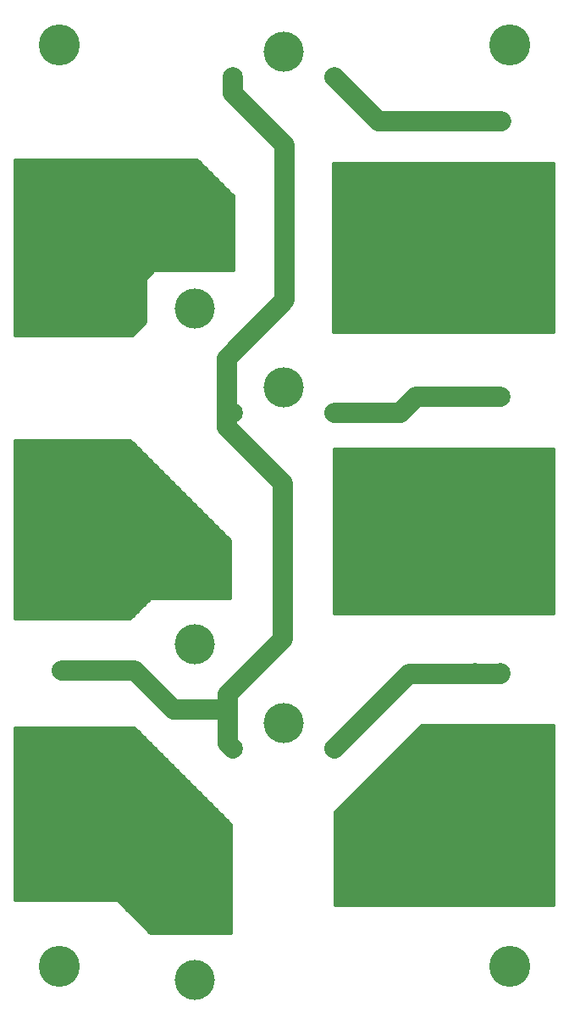
<source format=gbl>
%FSLAX43Y43*%
%MOMM*%
G71*
G01*
G75*
G04 Layer_Physical_Order=2*
%ADD10C,0.300*%
%ADD11C,4.000*%
%ADD12C,2.000*%
%ADD13C,4.100*%
%ADD14C,5.000*%
%ADD15C,2.000*%
D10*
X32600Y10100D02*
Y19400D01*
X32688Y10100D02*
Y19488D01*
X32788Y10100D02*
Y19588D01*
X32888Y10100D02*
Y19688D01*
X32988Y10100D02*
Y19788D01*
X33088Y10100D02*
Y19888D01*
X33188Y10100D02*
Y19988D01*
X33288Y10100D02*
Y20088D01*
X33388Y10100D02*
Y20188D01*
X33488Y10100D02*
Y20288D01*
X33588Y10100D02*
Y20388D01*
X33688Y10100D02*
Y20488D01*
X33788Y10100D02*
Y20588D01*
X33888Y10100D02*
Y20688D01*
X33988Y10100D02*
Y20788D01*
X34088Y10100D02*
Y20888D01*
X34188Y10100D02*
Y20988D01*
X34288Y10100D02*
Y21088D01*
X34388Y10100D02*
Y21188D01*
X34488Y10100D02*
Y21288D01*
X34588Y10100D02*
Y21388D01*
X34688Y10100D02*
Y21488D01*
X34788Y10100D02*
Y21588D01*
X34888Y10100D02*
Y21688D01*
X34988Y10100D02*
Y21788D01*
X35088Y10100D02*
Y21888D01*
X35188Y10100D02*
Y21988D01*
X35288Y10100D02*
Y22088D01*
X35388Y10100D02*
Y22188D01*
X35488Y10100D02*
Y22288D01*
X35588Y10100D02*
Y22388D01*
X35688Y10100D02*
Y22488D01*
X35788Y10100D02*
Y22588D01*
X35888Y10100D02*
Y22688D01*
X35988Y10100D02*
Y22788D01*
X36088Y10100D02*
Y22888D01*
X36188Y10100D02*
Y22988D01*
X36288Y10100D02*
Y23088D01*
X36388Y10100D02*
Y23188D01*
X36488Y10100D02*
Y23288D01*
X36588Y10100D02*
Y23388D01*
X36688Y10100D02*
Y23488D01*
X36788Y10100D02*
Y23588D01*
X36888Y10100D02*
Y23688D01*
X36988Y10100D02*
Y23788D01*
X37088Y10100D02*
Y23888D01*
X37188Y10100D02*
Y23988D01*
X37288Y10100D02*
Y24088D01*
X37388Y10100D02*
Y24188D01*
X37488Y10100D02*
Y24288D01*
X32600Y10100D02*
X54446D01*
X32600Y10108D02*
X54446D01*
X32600Y10208D02*
X54446D01*
X32600Y10308D02*
X54446D01*
X32600Y10408D02*
X54446D01*
X32600Y10508D02*
X54446D01*
X32600Y10608D02*
X54446D01*
X32600Y10708D02*
X54446D01*
X32600Y10808D02*
X54446D01*
X32600Y10908D02*
X54446D01*
X32600Y11008D02*
X54446D01*
X32600Y11108D02*
X54446D01*
X32600Y11208D02*
X54446D01*
X32600Y11308D02*
X54446D01*
X32600Y11408D02*
X54446D01*
X32600Y11508D02*
X54446D01*
X32600Y11608D02*
X54446D01*
X32600Y11708D02*
X54446D01*
X32600Y11808D02*
X54446D01*
X32600Y11908D02*
X54446D01*
X32600Y12008D02*
X54446D01*
X32600Y12108D02*
X54446D01*
X32600Y12208D02*
X54446D01*
X32600Y12308D02*
X54446D01*
X32600Y12408D02*
X54446D01*
X32600Y12508D02*
X54446D01*
X32600Y12608D02*
X54446D01*
X32600Y12708D02*
X54446D01*
X32600Y12808D02*
X54446D01*
X32600Y12908D02*
X54446D01*
X32600Y13008D02*
X54446D01*
X32600Y13108D02*
X54446D01*
X32600Y13208D02*
X54446D01*
X32600Y13308D02*
X54446D01*
X32600Y13408D02*
X54446D01*
X32600Y13508D02*
X54446D01*
X32600Y13608D02*
X54446D01*
X37588Y10100D02*
Y24388D01*
X37688Y10100D02*
Y24488D01*
X37788Y10100D02*
Y24588D01*
X32600Y13708D02*
X54446D01*
X32600Y13808D02*
X54446D01*
X32600Y13908D02*
X54446D01*
X32600Y14008D02*
X54446D01*
X32600Y14108D02*
X54446D01*
X32600Y14208D02*
X54446D01*
X32600Y14308D02*
X54446D01*
X32600Y14408D02*
X54446D01*
X32600Y14508D02*
X54446D01*
X32600Y14608D02*
X54446D01*
X32600Y14708D02*
X54446D01*
X32600Y14808D02*
X54446D01*
X32600Y14908D02*
X54446D01*
X32600Y15008D02*
X54446D01*
X32600Y15108D02*
X54446D01*
X32600Y15208D02*
X54446D01*
X32600Y15308D02*
X54446D01*
X32600Y15408D02*
X54446D01*
X32600Y15508D02*
X54446D01*
X32600Y15608D02*
X54446D01*
X32600Y15708D02*
X54446D01*
X32600Y15808D02*
X54446D01*
X32600Y15908D02*
X54446D01*
X32600Y16008D02*
X54446D01*
X32600Y16108D02*
X54446D01*
X32600Y16208D02*
X54446D01*
X32600Y16308D02*
X54446D01*
X32600Y16408D02*
X54446D01*
X32600Y16508D02*
X54446D01*
X32600Y16608D02*
X54446D01*
X32600Y16708D02*
X54446D01*
X32600Y16808D02*
X54446D01*
X32600Y16908D02*
X54446D01*
X32600Y17008D02*
X54446D01*
X32600Y17108D02*
X54446D01*
X32600Y17208D02*
X54446D01*
X32600Y17308D02*
X54446D01*
X32600Y17408D02*
X54446D01*
X32600Y17508D02*
X54446D01*
X32600Y17608D02*
X54446D01*
X32600Y17708D02*
X54446D01*
X32600Y17808D02*
X54446D01*
X32600Y17908D02*
X54446D01*
X32600Y18008D02*
X54446D01*
X32600Y18108D02*
X54446D01*
X32600Y18208D02*
X54446D01*
X32600Y18308D02*
X54446D01*
X32600Y18408D02*
X54446D01*
X32600Y18508D02*
X54446D01*
X32600Y18608D02*
X54446D01*
X32600Y18708D02*
X54446D01*
X32600Y18808D02*
X54446D01*
X32600Y18908D02*
X54446D01*
X32600Y19008D02*
X54446D01*
X32600Y19108D02*
X54446D01*
X32600Y19400D02*
X41200Y28000D01*
X32600Y19208D02*
X54446D01*
X32600Y19308D02*
X54446D01*
X32608Y19408D02*
X54446D01*
X32708Y19508D02*
X54446D01*
X32808Y19608D02*
X54446D01*
X32908Y19708D02*
X54446D01*
X33008Y19808D02*
X54446D01*
X33108Y19908D02*
X54446D01*
X33208Y20008D02*
X54446D01*
X33308Y20108D02*
X54446D01*
X33408Y20208D02*
X54446D01*
X33508Y20308D02*
X54446D01*
X33608Y20408D02*
X54446D01*
X33708Y20508D02*
X54446D01*
X33808Y20608D02*
X54446D01*
X33908Y20708D02*
X54446D01*
X34008Y20808D02*
X54446D01*
X34108Y20908D02*
X54446D01*
X34208Y21008D02*
X54446D01*
X34308Y21108D02*
X54446D01*
X34408Y21208D02*
X54446D01*
X34508Y21308D02*
X54446D01*
X34608Y21408D02*
X54446D01*
X34708Y21508D02*
X54446D01*
X34808Y21608D02*
X54446D01*
X34908Y21708D02*
X54446D01*
X35008Y21808D02*
X54446D01*
X35108Y21908D02*
X54446D01*
X35208Y22008D02*
X54446D01*
X35308Y22108D02*
X54446D01*
X35408Y22208D02*
X54446D01*
X35508Y22308D02*
X54446D01*
X35608Y22408D02*
X54446D01*
X35708Y22508D02*
X54446D01*
X35808Y22608D02*
X54446D01*
X35908Y22708D02*
X54446D01*
X36008Y22808D02*
X54446D01*
X36108Y22908D02*
X54446D01*
X36208Y23008D02*
X54446D01*
X36308Y23108D02*
X54446D01*
X36408Y23208D02*
X54446D01*
X36508Y23308D02*
X54446D01*
X36608Y23408D02*
X54446D01*
X36708Y23508D02*
X54446D01*
X36808Y23608D02*
X54446D01*
X36908Y23708D02*
X54446D01*
X37008Y23808D02*
X54446D01*
X37108Y23908D02*
X54446D01*
X37208Y24008D02*
X54446D01*
X37308Y24108D02*
X54446D01*
X37408Y24208D02*
X54446D01*
X37508Y24308D02*
X54446D01*
X37608Y24408D02*
X54446D01*
X37708Y24508D02*
X54446D01*
X37808Y24608D02*
X54446D01*
X37888Y10100D02*
Y24688D01*
X37988Y10100D02*
Y24788D01*
X38088Y10100D02*
Y24888D01*
X38188Y10100D02*
Y24988D01*
X38288Y10100D02*
Y25088D01*
X38388Y10100D02*
Y25188D01*
X38488Y10100D02*
Y25288D01*
X38588Y10100D02*
Y25388D01*
X38688Y10100D02*
Y25488D01*
X38788Y10100D02*
Y25588D01*
X38888Y10100D02*
Y25688D01*
X38988Y10100D02*
Y25788D01*
X39088Y10100D02*
Y25888D01*
X39188Y10100D02*
Y25988D01*
X39288Y10100D02*
Y26088D01*
X39388Y10100D02*
Y26188D01*
X39488Y10100D02*
Y26288D01*
X39588Y10100D02*
Y26388D01*
X39688Y10100D02*
Y26488D01*
X39788Y10100D02*
Y26588D01*
X39888Y10100D02*
Y26688D01*
X39988Y10100D02*
Y26788D01*
X40088Y10100D02*
Y26888D01*
X40188Y10100D02*
Y26988D01*
X40288Y10100D02*
Y27088D01*
X40388Y10100D02*
Y27188D01*
X40488Y10100D02*
Y27288D01*
X40588Y10100D02*
Y27388D01*
X40688Y10100D02*
Y27488D01*
X40788Y10100D02*
Y27588D01*
X40888Y10100D02*
Y27688D01*
X40988Y10100D02*
Y27788D01*
X41088Y10100D02*
Y27888D01*
X41188Y10100D02*
Y27988D01*
X41288Y10100D02*
Y28000D01*
X41388Y10100D02*
Y28000D01*
X41488Y10100D02*
Y28000D01*
X41588Y10100D02*
Y28000D01*
X41688Y10100D02*
Y28000D01*
X41788Y10100D02*
Y28000D01*
X41888Y10100D02*
Y28000D01*
X41988Y10100D02*
Y28000D01*
X42088Y10100D02*
Y28000D01*
X42188Y10100D02*
Y28000D01*
X42288Y10100D02*
Y28000D01*
X42388Y10100D02*
Y28000D01*
X42488Y10100D02*
Y28000D01*
X42588Y10100D02*
Y28000D01*
X42688Y10100D02*
Y28000D01*
X42788Y10100D02*
Y28000D01*
X42888Y10100D02*
Y28000D01*
X42988Y10100D02*
Y28000D01*
X43088Y10100D02*
Y28000D01*
X43188Y10100D02*
Y28000D01*
X43288Y10100D02*
Y28000D01*
X43388Y10100D02*
Y28000D01*
X43488Y10100D02*
Y28000D01*
X43588Y10100D02*
Y28000D01*
X43688Y10100D02*
Y28000D01*
X43788Y10100D02*
Y28000D01*
X43888Y10100D02*
Y28000D01*
X43988Y10100D02*
Y28000D01*
X44088Y10100D02*
Y28000D01*
X44188Y10100D02*
Y28000D01*
X44288Y10100D02*
Y28000D01*
X44388Y10100D02*
Y28000D01*
X44488Y10100D02*
Y28000D01*
X44588Y10100D02*
Y28000D01*
X44688Y10100D02*
Y28000D01*
X44788Y10100D02*
Y28000D01*
X44888Y10100D02*
Y28000D01*
X44988Y10100D02*
Y28000D01*
X45088Y10100D02*
Y28000D01*
X45188Y10100D02*
Y28000D01*
X45288Y10100D02*
Y28000D01*
X45388Y10100D02*
Y28000D01*
X45488Y10100D02*
Y28000D01*
X45588Y10100D02*
Y28000D01*
X45688Y10100D02*
Y28000D01*
X45788Y10100D02*
Y28000D01*
X45888Y10100D02*
Y28000D01*
X45988Y10100D02*
Y28000D01*
X46088Y10100D02*
Y28000D01*
X46188Y10100D02*
Y28000D01*
X46288Y10100D02*
Y28000D01*
X46388Y10100D02*
Y28000D01*
X46488Y10100D02*
Y28000D01*
X46588Y10100D02*
Y28000D01*
X46688Y10100D02*
Y28000D01*
X46788Y10100D02*
Y28000D01*
X46888Y10100D02*
Y28000D01*
X46988Y10100D02*
Y28000D01*
X47088Y10100D02*
Y28000D01*
X47188Y10100D02*
Y28000D01*
X47288Y10100D02*
Y28000D01*
X47388Y10100D02*
Y28000D01*
X47488Y10100D02*
Y28000D01*
X47588Y10100D02*
Y28000D01*
X47688Y10100D02*
Y28000D01*
X47788Y10100D02*
Y28000D01*
X47888Y10100D02*
Y28000D01*
X47988Y10100D02*
Y28000D01*
X48088Y10100D02*
Y28000D01*
X48188Y10100D02*
Y28000D01*
X48288Y10100D02*
Y28000D01*
X48388Y10100D02*
Y28000D01*
X48488Y10100D02*
Y28000D01*
X48588Y10100D02*
Y28000D01*
X48688Y10100D02*
Y28000D01*
X48788Y10100D02*
Y28000D01*
X48888Y10100D02*
Y28000D01*
X48988Y10100D02*
Y28000D01*
X49088Y10100D02*
Y28000D01*
X49188Y10100D02*
Y28000D01*
X49288Y10100D02*
Y28000D01*
X49388Y10100D02*
Y28000D01*
X49488Y10100D02*
Y28000D01*
X49588Y10100D02*
Y28000D01*
X49688Y10100D02*
Y28000D01*
X49788Y10100D02*
Y28000D01*
X49888Y10100D02*
Y28000D01*
X49988Y10100D02*
Y28000D01*
X50088Y10100D02*
Y28000D01*
X50188Y10100D02*
Y28000D01*
X50288Y10100D02*
Y28000D01*
X50388Y10100D02*
Y28000D01*
X50488Y10100D02*
Y28000D01*
X50588Y10100D02*
Y28000D01*
X50688Y10100D02*
Y28000D01*
X50788Y10100D02*
Y28000D01*
X50888Y10100D02*
Y28000D01*
X50988Y10100D02*
Y28000D01*
X51088Y10100D02*
Y28000D01*
X51188Y10100D02*
Y28000D01*
X51288Y10100D02*
Y28000D01*
X51388Y10100D02*
Y28000D01*
X51488Y10100D02*
Y28000D01*
X51588Y10100D02*
Y28000D01*
X51688Y10100D02*
Y28000D01*
X51788Y10100D02*
Y28000D01*
X51888Y10100D02*
Y28000D01*
X51988Y10100D02*
Y28000D01*
X52088Y10100D02*
Y28000D01*
X52188Y10100D02*
Y28000D01*
X52288Y10100D02*
Y28000D01*
X52388Y10100D02*
Y28000D01*
X52488Y10100D02*
Y28000D01*
X52588Y10100D02*
Y28000D01*
X52688Y10100D02*
Y28000D01*
X52788Y10100D02*
Y28000D01*
X37908Y24708D02*
X54446D01*
X38008Y24808D02*
X54446D01*
X38108Y24908D02*
X54446D01*
X38208Y25008D02*
X54446D01*
X38308Y25108D02*
X54446D01*
X38408Y25208D02*
X54446D01*
X38508Y25308D02*
X54446D01*
X38608Y25408D02*
X54446D01*
X38708Y25508D02*
X54446D01*
X38808Y25608D02*
X54446D01*
X38908Y25708D02*
X54446D01*
X39008Y25808D02*
X54446D01*
X39108Y25908D02*
X54446D01*
X39208Y26008D02*
X54446D01*
X39308Y26108D02*
X54446D01*
X39408Y26208D02*
X54446D01*
X39508Y26308D02*
X54446D01*
X39608Y26408D02*
X54446D01*
X39708Y26508D02*
X54446D01*
X39808Y26608D02*
X54446D01*
X39908Y26708D02*
X54446D01*
X40008Y26808D02*
X54446D01*
X40108Y26908D02*
X54446D01*
X40208Y27008D02*
X54446D01*
X40308Y27108D02*
X54446D01*
X52888Y10100D02*
Y28000D01*
X52988Y10100D02*
Y28000D01*
X53088Y10100D02*
Y28000D01*
X40408Y27208D02*
X54446D01*
X40508Y27308D02*
X54446D01*
X53188Y10100D02*
Y28000D01*
X40608Y27408D02*
X54446D01*
X40708Y27508D02*
X54446D01*
X40808Y27608D02*
X54446D01*
X40908Y27708D02*
X54446D01*
X41008Y27808D02*
X54446D01*
X41108Y27908D02*
X54446D01*
X41200Y28000D02*
X54446D01*
X53288Y10100D02*
Y28000D01*
X53388Y10100D02*
Y28000D01*
X53488Y10100D02*
Y28000D01*
X53588Y10100D02*
Y28000D01*
X53688Y10100D02*
Y28000D01*
X53788Y10100D02*
Y28000D01*
X53888Y10100D02*
Y28000D01*
X53988Y10100D02*
Y28000D01*
X54088Y10100D02*
Y28000D01*
X54188Y10100D02*
Y28000D01*
X54288Y10100D02*
Y28000D01*
X54388Y10100D02*
Y28000D01*
X54446Y10100D02*
Y28000D01*
X32500Y39200D02*
X54446D01*
X32500Y39208D02*
X54446D01*
X32500Y39308D02*
X54446D01*
X32500Y39408D02*
X54446D01*
X32500Y39508D02*
X54446D01*
X32500Y39608D02*
X54446D01*
X32500Y39708D02*
X54446D01*
X32500Y39808D02*
X54446D01*
X32500Y39908D02*
X54446D01*
X32500Y40008D02*
X54446D01*
X32500Y40108D02*
X54446D01*
X32500Y40208D02*
X54446D01*
X32500Y39200D02*
Y55600D01*
X32588Y39200D02*
Y55600D01*
X32688Y39200D02*
Y55600D01*
X32500Y40308D02*
X54446D01*
X32500Y40408D02*
X54446D01*
X32500Y40508D02*
X54446D01*
X32500Y40608D02*
X54446D01*
X32500Y40708D02*
X54446D01*
X32500Y40808D02*
X54446D01*
X32500Y40908D02*
X54446D01*
X32500Y41008D02*
X54446D01*
X32500Y41108D02*
X54446D01*
X32788Y39200D02*
Y55600D01*
X32888Y39200D02*
Y55600D01*
X32988Y39200D02*
Y55600D01*
X33088Y39200D02*
Y55600D01*
X33188Y39200D02*
Y55600D01*
X33288Y39200D02*
Y55600D01*
X33388Y39200D02*
Y55600D01*
X33488Y39200D02*
Y55600D01*
X33588Y39200D02*
Y55600D01*
X33688Y39200D02*
Y55600D01*
X33788Y39200D02*
Y55600D01*
X33888Y39200D02*
Y55600D01*
X33988Y39200D02*
Y55600D01*
X34088Y39200D02*
Y55600D01*
X34188Y39200D02*
Y55600D01*
X34288Y39200D02*
Y55600D01*
X34388Y39200D02*
Y55600D01*
X34488Y39200D02*
Y55600D01*
X34588Y39200D02*
Y55600D01*
X34688Y39200D02*
Y55600D01*
X34788Y39200D02*
Y55600D01*
X34888Y39200D02*
Y55600D01*
X34988Y39200D02*
Y55600D01*
X35088Y39200D02*
Y55600D01*
X32500Y41208D02*
X54446D01*
X32500Y41308D02*
X54446D01*
X32500Y41408D02*
X54446D01*
X32500Y41508D02*
X54446D01*
X32500Y41608D02*
X54446D01*
X32500Y41708D02*
X54446D01*
X32500Y41808D02*
X54446D01*
X32500Y41908D02*
X54446D01*
X32500Y42008D02*
X54446D01*
X32500Y42108D02*
X54446D01*
X32500Y42208D02*
X54446D01*
X32500Y42308D02*
X54446D01*
X32500Y42408D02*
X54446D01*
X32500Y42508D02*
X54446D01*
X32500Y42608D02*
X54446D01*
X32500Y42708D02*
X54446D01*
X32500Y42808D02*
X54446D01*
X32500Y42908D02*
X54446D01*
X32500Y43008D02*
X54446D01*
X32500Y43108D02*
X54446D01*
X32500Y43208D02*
X54446D01*
X32500Y43308D02*
X54446D01*
X32500Y43408D02*
X54446D01*
X32500Y43508D02*
X54446D01*
X32500Y43608D02*
X54446D01*
X32500Y43708D02*
X54446D01*
X32500Y43808D02*
X54446D01*
X32500Y43908D02*
X54446D01*
X32500Y44008D02*
X54446D01*
X32500Y44108D02*
X54446D01*
X32500Y44208D02*
X54446D01*
X32500Y44308D02*
X54446D01*
X32500Y44408D02*
X54446D01*
X32500Y44508D02*
X54446D01*
X32500Y44608D02*
X54446D01*
X32500Y44708D02*
X54446D01*
X32500Y44808D02*
X54446D01*
X32500Y44908D02*
X54446D01*
X32500Y45008D02*
X54446D01*
X32500Y45108D02*
X54446D01*
X32500Y45208D02*
X54446D01*
X32500Y45308D02*
X54446D01*
X32500Y45408D02*
X54446D01*
X32500Y45508D02*
X54446D01*
X32500Y45608D02*
X54446D01*
X32500Y45708D02*
X54446D01*
X32500Y45808D02*
X54446D01*
X32500Y45908D02*
X54446D01*
X32500Y46008D02*
X54446D01*
X32500Y46108D02*
X54446D01*
X32500Y46208D02*
X54446D01*
X32500Y46308D02*
X54446D01*
X32500Y46408D02*
X54446D01*
X32500Y46508D02*
X54446D01*
X32500Y46608D02*
X54446D01*
X32500Y46708D02*
X54446D01*
X32500Y46808D02*
X54446D01*
X32500Y46908D02*
X54446D01*
X32500Y47008D02*
X54446D01*
X32500Y47108D02*
X54446D01*
X32500Y47208D02*
X54446D01*
X32500Y47308D02*
X54446D01*
X32500Y47408D02*
X54446D01*
X32500Y47508D02*
X54446D01*
X32500Y47608D02*
X54446D01*
X32500Y47708D02*
X54446D01*
X32500Y47808D02*
X54446D01*
X32500Y47908D02*
X54446D01*
X32500Y48008D02*
X54446D01*
X32500Y48108D02*
X54446D01*
X32500Y48208D02*
X54446D01*
X32500Y48308D02*
X54446D01*
X32500Y48408D02*
X54446D01*
X32500Y48508D02*
X54446D01*
X32500Y48608D02*
X54446D01*
X32500Y48708D02*
X54446D01*
X32500Y48808D02*
X54446D01*
X32500Y48908D02*
X54446D01*
X32500Y49008D02*
X54446D01*
X32500Y49108D02*
X54446D01*
X32500Y49208D02*
X54446D01*
X32500Y49308D02*
X54446D01*
X32500Y49408D02*
X54446D01*
X32500Y49508D02*
X54446D01*
X32500Y49608D02*
X54446D01*
X32500Y49708D02*
X54446D01*
X32500Y49808D02*
X54446D01*
X32500Y49908D02*
X54446D01*
X32500Y50008D02*
X54446D01*
X32500Y50108D02*
X54446D01*
X32500Y50208D02*
X54446D01*
X32500Y50308D02*
X54446D01*
X32500Y50408D02*
X54446D01*
X32500Y50508D02*
X54446D01*
X32500Y50608D02*
X54446D01*
X32500Y50708D02*
X54446D01*
X32500Y50808D02*
X54446D01*
X32500Y50908D02*
X54446D01*
X32500Y51008D02*
X54446D01*
X32500Y51108D02*
X54446D01*
X32500Y51208D02*
X54446D01*
X32500Y51308D02*
X54446D01*
X32500Y51408D02*
X54446D01*
X32500Y51508D02*
X54446D01*
X32500Y51608D02*
X54446D01*
X32500Y51708D02*
X54446D01*
X32500Y51808D02*
X54446D01*
X32500Y51908D02*
X54446D01*
X32500Y52008D02*
X54446D01*
X32500Y52108D02*
X54446D01*
X32500Y52208D02*
X54446D01*
X32500Y52308D02*
X54446D01*
X32500Y52408D02*
X54446D01*
X32500Y52508D02*
X54446D01*
X32500Y52608D02*
X54446D01*
X32500Y52708D02*
X54446D01*
X32500Y52808D02*
X54446D01*
X32500Y52908D02*
X54446D01*
X32500Y53008D02*
X54446D01*
X32500Y53108D02*
X54446D01*
X32500Y53208D02*
X54446D01*
X32500Y53308D02*
X54446D01*
X32500Y53408D02*
X54446D01*
X32500Y53508D02*
X54446D01*
X32500Y53608D02*
X54446D01*
X32500Y53708D02*
X54446D01*
X32500Y53808D02*
X54446D01*
X32500Y53908D02*
X54446D01*
X32500Y54008D02*
X54446D01*
X32500Y54108D02*
X54446D01*
X32500Y54208D02*
X54446D01*
X32500Y54308D02*
X54446D01*
X32500Y54408D02*
X54446D01*
X32500Y54508D02*
X54446D01*
X32500Y54608D02*
X54446D01*
X32500Y54708D02*
X54446D01*
X32500Y54808D02*
X54446D01*
X32500Y54908D02*
X54446D01*
X32500Y55008D02*
X54446D01*
X32500Y55108D02*
X54446D01*
X32500Y55208D02*
X54446D01*
X32500Y55308D02*
X54446D01*
X32500Y55408D02*
X54446D01*
X32500Y55508D02*
X54446D01*
X32500Y55600D02*
X54446D01*
X35188Y39200D02*
Y55600D01*
X35288Y39200D02*
Y55600D01*
X35388Y39200D02*
Y55600D01*
X35488Y39200D02*
Y55600D01*
X35588Y39200D02*
Y55600D01*
X35688Y39200D02*
Y55600D01*
X35788Y39200D02*
Y55600D01*
X35888Y39200D02*
Y55600D01*
X35988Y39200D02*
Y55600D01*
X36088Y39200D02*
Y55600D01*
X36188Y39200D02*
Y55600D01*
X36288Y39200D02*
Y55600D01*
X36388Y39200D02*
Y55600D01*
X36488Y39200D02*
Y55600D01*
X36588Y39200D02*
Y55600D01*
X36688Y39200D02*
Y55600D01*
X36788Y39200D02*
Y55600D01*
X36888Y39200D02*
Y55600D01*
X36988Y39200D02*
Y55600D01*
X37088Y39200D02*
Y55600D01*
X37188Y39200D02*
Y55600D01*
X37288Y39200D02*
Y55600D01*
X37388Y39200D02*
Y55600D01*
X37488Y39200D02*
Y55600D01*
X37588Y39200D02*
Y55600D01*
X37688Y39200D02*
Y55600D01*
X37788Y39200D02*
Y55600D01*
X37888Y39200D02*
Y55600D01*
X37988Y39200D02*
Y55600D01*
X38088Y39200D02*
Y55600D01*
X38188Y39200D02*
Y55600D01*
X38288Y39200D02*
Y55600D01*
X38388Y39200D02*
Y55600D01*
X38488Y39200D02*
Y55600D01*
X38588Y39200D02*
Y55600D01*
X38688Y39200D02*
Y55600D01*
X38788Y39200D02*
Y55600D01*
X38888Y39200D02*
Y55600D01*
X38988Y39200D02*
Y55600D01*
X39088Y39200D02*
Y55600D01*
X39188Y39200D02*
Y55600D01*
X39288Y39200D02*
Y55600D01*
X39388Y39200D02*
Y55600D01*
X39488Y39200D02*
Y55600D01*
X39588Y39200D02*
Y55600D01*
X39688Y39200D02*
Y55600D01*
X39788Y39200D02*
Y55600D01*
X39888Y39200D02*
Y55600D01*
X39988Y39200D02*
Y55600D01*
X40088Y39200D02*
Y55600D01*
X40188Y39200D02*
Y55600D01*
X40288Y39200D02*
Y55600D01*
X40388Y39200D02*
Y55600D01*
X40488Y39200D02*
Y55600D01*
X40588Y39200D02*
Y55600D01*
X40688Y39200D02*
Y55600D01*
X40788Y39200D02*
Y55600D01*
X40888Y39200D02*
Y55600D01*
X40988Y39200D02*
Y55600D01*
X41088Y39200D02*
Y55600D01*
X41188Y39200D02*
Y55600D01*
X41288Y39200D02*
Y55600D01*
X41388Y39200D02*
Y55600D01*
X41488Y39200D02*
Y55600D01*
X41588Y39200D02*
Y55600D01*
X41688Y39200D02*
Y55600D01*
X41788Y39200D02*
Y55600D01*
X41888Y39200D02*
Y55600D01*
X41988Y39200D02*
Y55600D01*
X42088Y39200D02*
Y55600D01*
X42188Y39200D02*
Y55600D01*
X42288Y39200D02*
Y55600D01*
X42388Y39200D02*
Y55600D01*
X42488Y39200D02*
Y55600D01*
X42588Y39200D02*
Y55600D01*
X42688Y39200D02*
Y55600D01*
X42788Y39200D02*
Y55600D01*
X42888Y39200D02*
Y55600D01*
X42988Y39200D02*
Y55600D01*
X43088Y39200D02*
Y55600D01*
X43188Y39200D02*
Y55600D01*
X43288Y39200D02*
Y55600D01*
X43388Y39200D02*
Y55600D01*
X43488Y39200D02*
Y55600D01*
X43588Y39200D02*
Y55600D01*
X43688Y39200D02*
Y55600D01*
X43788Y39200D02*
Y55600D01*
X43888Y39200D02*
Y55600D01*
X43988Y39200D02*
Y55600D01*
X44088Y39200D02*
Y55600D01*
X44188Y39200D02*
Y55600D01*
X44288Y39200D02*
Y55600D01*
X44388Y39200D02*
Y55600D01*
X44488Y39200D02*
Y55600D01*
X44588Y39200D02*
Y55600D01*
X44688Y39200D02*
Y55600D01*
X44788Y39200D02*
Y55600D01*
X44888Y39200D02*
Y55600D01*
X44988Y39200D02*
Y55600D01*
X45088Y39200D02*
Y55600D01*
X45188Y39200D02*
Y55600D01*
X45288Y39200D02*
Y55600D01*
X45388Y39200D02*
Y55600D01*
X45488Y39200D02*
Y55600D01*
X45588Y39200D02*
Y55600D01*
X45688Y39200D02*
Y55600D01*
X45788Y39200D02*
Y55600D01*
X45888Y39200D02*
Y55600D01*
X45988Y39200D02*
Y55600D01*
X46088Y39200D02*
Y55600D01*
X46188Y39200D02*
Y55600D01*
X46288Y39200D02*
Y55600D01*
X46388Y39200D02*
Y55600D01*
X46488Y39200D02*
Y55600D01*
X46588Y39200D02*
Y55600D01*
X46688Y39200D02*
Y55600D01*
X46788Y39200D02*
Y55600D01*
X46888Y39200D02*
Y55600D01*
X46988Y39200D02*
Y55600D01*
X47088Y39200D02*
Y55600D01*
X47188Y39200D02*
Y55600D01*
X47288Y39200D02*
Y55600D01*
X47388Y39200D02*
Y55600D01*
X47488Y39200D02*
Y55600D01*
X47588Y39200D02*
Y55600D01*
X47688Y39200D02*
Y55600D01*
X47788Y39200D02*
Y55600D01*
X47888Y39200D02*
Y55600D01*
X47988Y39200D02*
Y55600D01*
X48088Y39200D02*
Y55600D01*
X48188Y39200D02*
Y55600D01*
X48288Y39200D02*
Y55600D01*
X48388Y39200D02*
Y55600D01*
X48488Y39200D02*
Y55600D01*
X48588Y39200D02*
Y55600D01*
X48688Y39200D02*
Y55600D01*
X48788Y39200D02*
Y55600D01*
X48888Y39200D02*
Y55600D01*
X48988Y39200D02*
Y55600D01*
X49088Y39200D02*
Y55600D01*
X49188Y39200D02*
Y55600D01*
X49288Y39200D02*
Y55600D01*
X49388Y39200D02*
Y55600D01*
X49488Y39200D02*
Y55600D01*
X49588Y39200D02*
Y55600D01*
X49688Y39200D02*
Y55600D01*
X49788Y39200D02*
Y55600D01*
X49888Y39200D02*
Y55600D01*
X49988Y39200D02*
Y55600D01*
X50088Y39200D02*
Y55600D01*
X50188Y39200D02*
Y55600D01*
X50288Y39200D02*
Y55600D01*
X50388Y39200D02*
Y55600D01*
X50488Y39200D02*
Y55600D01*
X50588Y39200D02*
Y55600D01*
X50688Y39200D02*
Y55600D01*
X50788Y39200D02*
Y55600D01*
X50888Y39200D02*
Y55600D01*
X50988Y39200D02*
Y55600D01*
X51088Y39200D02*
Y55600D01*
X51188Y39200D02*
Y55600D01*
X51288Y39200D02*
Y55600D01*
X51388Y39200D02*
Y55600D01*
X51488Y39200D02*
Y55600D01*
X51588Y39200D02*
Y55600D01*
X51688Y39200D02*
Y55600D01*
X51788Y39200D02*
Y55600D01*
X51888Y39200D02*
Y55600D01*
X51988Y39200D02*
Y55600D01*
X52088Y39200D02*
Y55600D01*
X52188Y39200D02*
Y55600D01*
X52288Y39200D02*
Y55600D01*
X52388Y39200D02*
Y55600D01*
X52488Y39200D02*
Y55600D01*
X52588Y39200D02*
Y55600D01*
X52688Y39200D02*
Y55600D01*
X52788Y39200D02*
Y55600D01*
X52888Y39200D02*
Y55600D01*
X52988Y39200D02*
Y55600D01*
X53088Y39200D02*
Y55600D01*
X53188Y39200D02*
Y55600D01*
X53288Y39200D02*
Y55600D01*
X53388Y39200D02*
Y55600D01*
X53488Y39200D02*
Y55600D01*
X53588Y39200D02*
Y55600D01*
X53688Y39200D02*
Y55600D01*
X53788Y39200D02*
Y55600D01*
X53888Y39200D02*
Y55600D01*
X53988Y39200D02*
Y55600D01*
X54088Y39200D02*
Y55600D01*
X54188Y39200D02*
Y55600D01*
X54288Y39200D02*
Y55600D01*
X54388Y39200D02*
Y55600D01*
X54446Y39200D02*
Y55600D01*
X32400Y67300D02*
X54446D01*
X32400Y67308D02*
X54446D01*
X32400Y67408D02*
X54446D01*
X32400Y67508D02*
X54446D01*
X32400Y67608D02*
X54446D01*
X32400Y67708D02*
X54446D01*
X32400Y67808D02*
X54446D01*
X32400Y67908D02*
X54446D01*
X32400Y68008D02*
X54446D01*
X32400Y68108D02*
X54446D01*
X32400Y68208D02*
X54446D01*
X32400Y68308D02*
X54446D01*
X32400Y68408D02*
X54446D01*
X32400Y68508D02*
X54446D01*
X32400Y68608D02*
X54446D01*
X32400Y68708D02*
X54446D01*
X32400Y68808D02*
X54446D01*
X32400Y68908D02*
X54446D01*
X32400Y69008D02*
X54446D01*
X32400Y69108D02*
X54446D01*
X32400Y69208D02*
X54446D01*
X32400Y69308D02*
X54446D01*
X32400Y69408D02*
X54446D01*
X32400Y69508D02*
X54446D01*
X32400Y67300D02*
Y84200D01*
X32488Y67300D02*
Y84200D01*
X32588Y67300D02*
Y84200D01*
X32688Y67300D02*
Y84200D01*
X32788Y67300D02*
Y84200D01*
X32888Y67300D02*
Y84200D01*
X32988Y67300D02*
Y84200D01*
X33088Y67300D02*
Y84200D01*
X33188Y67300D02*
Y84200D01*
X33288Y67300D02*
Y84200D01*
X33388Y67300D02*
Y84200D01*
X33488Y67300D02*
Y84200D01*
X33588Y67300D02*
Y84200D01*
X33688Y67300D02*
Y84200D01*
X33788Y67300D02*
Y84200D01*
X33888Y67300D02*
Y84200D01*
X33988Y67300D02*
Y84200D01*
X34088Y67300D02*
Y84200D01*
X34188Y67300D02*
Y84200D01*
X34288Y67300D02*
Y84200D01*
X34388Y67300D02*
Y84200D01*
X34488Y67300D02*
Y84200D01*
X34588Y67300D02*
Y84200D01*
X34688Y67300D02*
Y84200D01*
X34788Y67300D02*
Y84200D01*
X32400Y69608D02*
X54446D01*
X32400Y69708D02*
X54446D01*
X32400Y69808D02*
X54446D01*
X32400Y69908D02*
X54446D01*
X32400Y70008D02*
X54446D01*
X32400Y70108D02*
X54446D01*
X32400Y70208D02*
X54446D01*
X32400Y70308D02*
X54446D01*
X32400Y70408D02*
X54446D01*
X32400Y70508D02*
X54446D01*
X32400Y70608D02*
X54446D01*
X32400Y70708D02*
X54446D01*
X32400Y70808D02*
X54446D01*
X32400Y70908D02*
X54446D01*
X32400Y71008D02*
X54446D01*
X32400Y71108D02*
X54446D01*
X32400Y71208D02*
X54446D01*
X32400Y71308D02*
X54446D01*
X32400Y71408D02*
X54446D01*
X32400Y71508D02*
X54446D01*
X32400Y71608D02*
X54446D01*
X32400Y71708D02*
X54446D01*
X32400Y71808D02*
X54446D01*
X32400Y71908D02*
X54446D01*
X32400Y72008D02*
X54446D01*
X32400Y72108D02*
X54446D01*
X32400Y72208D02*
X54446D01*
X32400Y72308D02*
X54446D01*
X32400Y72408D02*
X54446D01*
X32400Y72508D02*
X54446D01*
X32400Y72608D02*
X54446D01*
X32400Y72708D02*
X54446D01*
X32400Y72808D02*
X54446D01*
X32400Y72908D02*
X54446D01*
X32400Y73008D02*
X54446D01*
X32400Y73108D02*
X54446D01*
X32400Y73208D02*
X54446D01*
X32400Y73308D02*
X54446D01*
X32400Y73408D02*
X54446D01*
X32400Y73508D02*
X54446D01*
X32400Y73608D02*
X54446D01*
X32400Y73708D02*
X54446D01*
X32400Y73808D02*
X54446D01*
X32400Y73908D02*
X54446D01*
X32400Y74008D02*
X54446D01*
X32400Y74108D02*
X54446D01*
X32400Y74208D02*
X54446D01*
X32400Y74308D02*
X54446D01*
X32400Y74408D02*
X54446D01*
X32400Y74508D02*
X54446D01*
X32400Y74608D02*
X54446D01*
X32400Y74708D02*
X54446D01*
X32400Y74808D02*
X54446D01*
X32400Y74908D02*
X54446D01*
X32400Y75008D02*
X54446D01*
X32400Y75108D02*
X54446D01*
X32400Y75208D02*
X54446D01*
X32400Y75308D02*
X54446D01*
X32400Y75408D02*
X54446D01*
X32400Y75508D02*
X54446D01*
X32400Y75608D02*
X54446D01*
X32400Y75708D02*
X54446D01*
X32400Y75808D02*
X54446D01*
X32400Y75908D02*
X54446D01*
X32400Y76008D02*
X54446D01*
X32400Y76108D02*
X54446D01*
X32400Y76208D02*
X54446D01*
X32400Y76308D02*
X54446D01*
X32400Y76408D02*
X54446D01*
X32400Y76508D02*
X54446D01*
X32400Y76608D02*
X54446D01*
X32400Y76708D02*
X54446D01*
X32400Y76808D02*
X54446D01*
X32400Y76908D02*
X54446D01*
X32400Y77008D02*
X54446D01*
X32400Y77108D02*
X54446D01*
X32400Y77208D02*
X54446D01*
X32400Y77308D02*
X54446D01*
X32400Y77408D02*
X54446D01*
X32400Y77508D02*
X54446D01*
X32400Y77608D02*
X54446D01*
X32400Y77708D02*
X54446D01*
X32400Y77808D02*
X54446D01*
X32400Y77908D02*
X54446D01*
X32400Y78008D02*
X54446D01*
X32400Y78108D02*
X54446D01*
X32400Y78208D02*
X54446D01*
X32400Y78308D02*
X54446D01*
X32400Y78408D02*
X54446D01*
X32400Y78508D02*
X54446D01*
X32400Y78608D02*
X54446D01*
X32400Y78708D02*
X54446D01*
X32400Y78808D02*
X54446D01*
X32400Y78908D02*
X54446D01*
X32400Y79008D02*
X54446D01*
X32400Y79108D02*
X54446D01*
X32400Y79208D02*
X54446D01*
X32400Y79308D02*
X54446D01*
X32400Y79408D02*
X54446D01*
X32400Y79508D02*
X54446D01*
X32400Y79608D02*
X54446D01*
X32400Y79708D02*
X54446D01*
X32400Y79808D02*
X54446D01*
X32400Y79908D02*
X54446D01*
X32400Y80008D02*
X54446D01*
X32400Y80108D02*
X54446D01*
X32400Y80208D02*
X54446D01*
X32400Y80308D02*
X54446D01*
X32400Y80408D02*
X54446D01*
X32400Y80508D02*
X54446D01*
X32400Y80608D02*
X54446D01*
X32400Y80708D02*
X54446D01*
X32400Y80808D02*
X54446D01*
X32400Y80908D02*
X54446D01*
X32400Y81008D02*
X54446D01*
X32400Y81108D02*
X54446D01*
X32400Y81208D02*
X54446D01*
X32400Y81308D02*
X54446D01*
X32400Y81408D02*
X54446D01*
X32400Y81508D02*
X54446D01*
X32400Y81608D02*
X54446D01*
X32400Y81708D02*
X54446D01*
X32400Y81808D02*
X54446D01*
X32400Y81908D02*
X54446D01*
X32400Y82008D02*
X54446D01*
X32400Y82108D02*
X54446D01*
X32400Y82208D02*
X54446D01*
X32400Y82308D02*
X54446D01*
X32400Y82408D02*
X54446D01*
X32400Y82508D02*
X54446D01*
X32400Y82608D02*
X54446D01*
X32400Y82708D02*
X54446D01*
X32400Y82808D02*
X54446D01*
X32400Y82908D02*
X54446D01*
X32400Y83008D02*
X54446D01*
X32400Y83108D02*
X54446D01*
X32400Y83208D02*
X54446D01*
X32400Y83308D02*
X54446D01*
X32400Y83408D02*
X54446D01*
X32400Y83508D02*
X54446D01*
X32400Y83608D02*
X54446D01*
X32400Y83708D02*
X54446D01*
X32400Y83808D02*
X54446D01*
X32400Y83908D02*
X54446D01*
X32400Y84008D02*
X54446D01*
X32400Y84108D02*
X54446D01*
X32400Y84200D02*
X54446D01*
X34888Y67300D02*
Y84200D01*
X34988Y67300D02*
Y84200D01*
X35088Y67300D02*
Y84200D01*
X35188Y67300D02*
Y84200D01*
X35288Y67300D02*
Y84200D01*
X35388Y67300D02*
Y84200D01*
X35488Y67300D02*
Y84200D01*
X35588Y67300D02*
Y84200D01*
X35688Y67300D02*
Y84200D01*
X35788Y67300D02*
Y84200D01*
X35888Y67300D02*
Y84200D01*
X35988Y67300D02*
Y84200D01*
X36088Y67300D02*
Y84200D01*
X36188Y67300D02*
Y84200D01*
X36288Y67300D02*
Y84200D01*
X36388Y67300D02*
Y84200D01*
X36488Y67300D02*
Y84200D01*
X36588Y67300D02*
Y84200D01*
X36688Y67300D02*
Y84200D01*
X36788Y67300D02*
Y84200D01*
X36888Y67300D02*
Y84200D01*
X36988Y67300D02*
Y84200D01*
X37088Y67300D02*
Y84200D01*
X37188Y67300D02*
Y84200D01*
X37288Y67300D02*
Y84200D01*
X37388Y67300D02*
Y84200D01*
X37488Y67300D02*
Y84200D01*
X37588Y67300D02*
Y84200D01*
X37688Y67300D02*
Y84200D01*
X37788Y67300D02*
Y84200D01*
X37888Y67300D02*
Y84200D01*
X37988Y67300D02*
Y84200D01*
X38088Y67300D02*
Y84200D01*
X38188Y67300D02*
Y84200D01*
X38288Y67300D02*
Y84200D01*
X38388Y67300D02*
Y84200D01*
X38488Y67300D02*
Y84200D01*
X38588Y67300D02*
Y84200D01*
X38688Y67300D02*
Y84200D01*
X38788Y67300D02*
Y84200D01*
X38888Y67300D02*
Y84200D01*
X38988Y67300D02*
Y84200D01*
X39088Y67300D02*
Y84200D01*
X39188Y67300D02*
Y84200D01*
X39288Y67300D02*
Y84200D01*
X39388Y67300D02*
Y84200D01*
X39488Y67300D02*
Y84200D01*
X39588Y67300D02*
Y84200D01*
X39688Y67300D02*
Y84200D01*
X39788Y67300D02*
Y84200D01*
X39888Y67300D02*
Y84200D01*
X39988Y67300D02*
Y84200D01*
X40088Y67300D02*
Y84200D01*
X40188Y67300D02*
Y84200D01*
X40288Y67300D02*
Y84200D01*
X40388Y67300D02*
Y84200D01*
X40488Y67300D02*
Y84200D01*
X40588Y67300D02*
Y84200D01*
X40688Y67300D02*
Y84200D01*
X40788Y67300D02*
Y84200D01*
X40888Y67300D02*
Y84200D01*
X40988Y67300D02*
Y84200D01*
X41088Y67300D02*
Y84200D01*
X41188Y67300D02*
Y84200D01*
X41288Y67300D02*
Y84200D01*
X41388Y67300D02*
Y84200D01*
X41488Y67300D02*
Y84200D01*
X41588Y67300D02*
Y84200D01*
X41688Y67300D02*
Y84200D01*
X41788Y67300D02*
Y84200D01*
X41888Y67300D02*
Y84200D01*
X41988Y67300D02*
Y84200D01*
X42088Y67300D02*
Y84200D01*
X42188Y67300D02*
Y84200D01*
X42288Y67300D02*
Y84200D01*
X42388Y67300D02*
Y84200D01*
X42488Y67300D02*
Y84200D01*
X42588Y67300D02*
Y84200D01*
X42688Y67300D02*
Y84200D01*
X42788Y67300D02*
Y84200D01*
X42888Y67300D02*
Y84200D01*
X42988Y67300D02*
Y84200D01*
X43088Y67300D02*
Y84200D01*
X43188Y67300D02*
Y84200D01*
X43288Y67300D02*
Y84200D01*
X43388Y67300D02*
Y84200D01*
X43488Y67300D02*
Y84200D01*
X43588Y67300D02*
Y84200D01*
X43688Y67300D02*
Y84200D01*
X43788Y67300D02*
Y84200D01*
X43888Y67300D02*
Y84200D01*
X43988Y67300D02*
Y84200D01*
X44088Y67300D02*
Y84200D01*
X44188Y67300D02*
Y84200D01*
X44288Y67300D02*
Y84200D01*
X44388Y67300D02*
Y84200D01*
X44488Y67300D02*
Y84200D01*
X44588Y67300D02*
Y84200D01*
X44688Y67300D02*
Y84200D01*
X44788Y67300D02*
Y84200D01*
X44888Y67300D02*
Y84200D01*
X44988Y67300D02*
Y84200D01*
X45088Y67300D02*
Y84200D01*
X45188Y67300D02*
Y84200D01*
X45288Y67300D02*
Y84200D01*
X45388Y67300D02*
Y84200D01*
X45488Y67300D02*
Y84200D01*
X45588Y67300D02*
Y84200D01*
X45688Y67300D02*
Y84200D01*
X45788Y67300D02*
Y84200D01*
X45888Y67300D02*
Y84200D01*
X45988Y67300D02*
Y84200D01*
X46088Y67300D02*
Y84200D01*
X46188Y67300D02*
Y84200D01*
X46288Y67300D02*
Y84200D01*
X46388Y67300D02*
Y84200D01*
X46488Y67300D02*
Y84200D01*
X46588Y67300D02*
Y84200D01*
X46688Y67300D02*
Y84200D01*
X46788Y67300D02*
Y84200D01*
X46888Y67300D02*
Y84200D01*
X46988Y67300D02*
Y84200D01*
X47088Y67300D02*
Y84200D01*
X47188Y67300D02*
Y84200D01*
X47288Y67300D02*
Y84200D01*
X47388Y67300D02*
Y84200D01*
X47488Y67300D02*
Y84200D01*
X47588Y67300D02*
Y84200D01*
X47688Y67300D02*
Y84200D01*
X47788Y67300D02*
Y84200D01*
X47888Y67300D02*
Y84200D01*
X47988Y67300D02*
Y84200D01*
X48088Y67300D02*
Y84200D01*
X48188Y67300D02*
Y84200D01*
X48288Y67300D02*
Y84200D01*
X48388Y67300D02*
Y84200D01*
X48488Y67300D02*
Y84200D01*
X48588Y67300D02*
Y84200D01*
X48688Y67300D02*
Y84200D01*
X48788Y67300D02*
Y84200D01*
X48888Y67300D02*
Y84200D01*
X48988Y67300D02*
Y84200D01*
X49088Y67300D02*
Y84200D01*
X49188Y67300D02*
Y84200D01*
X49288Y67300D02*
Y84200D01*
X49388Y67300D02*
Y84200D01*
X49488Y67300D02*
Y84200D01*
X49588Y67300D02*
Y84200D01*
X49688Y67300D02*
Y84200D01*
X49788Y67300D02*
Y84200D01*
X49888Y67300D02*
Y84200D01*
X49988Y67300D02*
Y84200D01*
X50088Y67300D02*
Y84200D01*
X50188Y67300D02*
Y84200D01*
X50288Y67300D02*
Y84200D01*
X50388Y67300D02*
Y84200D01*
X50488Y67300D02*
Y84200D01*
X50588Y67300D02*
Y84200D01*
X50688Y67300D02*
Y84200D01*
X50788Y67300D02*
Y84200D01*
X50888Y67300D02*
Y84200D01*
X50988Y67300D02*
Y84200D01*
X51088Y67300D02*
Y84200D01*
X51188Y67300D02*
Y84200D01*
X51288Y67300D02*
Y84200D01*
X51388Y67300D02*
Y84200D01*
X51488Y67300D02*
Y84200D01*
X51588Y67300D02*
Y84200D01*
X51688Y67300D02*
Y84200D01*
X51788Y67300D02*
Y84200D01*
X51888Y67300D02*
Y84200D01*
X51988Y67300D02*
Y84200D01*
X52088Y67300D02*
Y84200D01*
X52188Y67300D02*
Y84200D01*
X52288Y67300D02*
Y84200D01*
X52388Y67300D02*
Y84200D01*
X52488Y67300D02*
Y84200D01*
X52588Y67300D02*
Y84200D01*
X52688Y67300D02*
Y84200D01*
X52788Y67300D02*
Y84200D01*
X52888Y67300D02*
Y84200D01*
X52988Y67300D02*
Y84200D01*
X53088Y67300D02*
Y84200D01*
X53188Y67300D02*
Y84200D01*
X53288Y67300D02*
Y84200D01*
X53388Y67300D02*
Y84200D01*
X53488Y67300D02*
Y84200D01*
X53588Y67300D02*
Y84200D01*
X53688Y67300D02*
Y84200D01*
X53788Y67300D02*
Y84200D01*
X53888Y67300D02*
Y84200D01*
X53988Y67300D02*
Y84200D01*
X54088Y67300D02*
Y84200D01*
X54188Y67300D02*
Y84200D01*
X54288Y67300D02*
Y84200D01*
X54388Y67300D02*
Y84200D01*
X54446Y67300D02*
Y84200D01*
X554Y10600D02*
X10800D01*
X554Y10608D02*
X22200D01*
X554Y10708D02*
X22200D01*
X554Y10808D02*
X22200D01*
X554Y10908D02*
X22200D01*
X554Y11008D02*
X22200D01*
X554Y11108D02*
X22200D01*
X554Y11208D02*
X22200D01*
X554Y11308D02*
X22200D01*
X554Y11408D02*
X22200D01*
X554Y11508D02*
X22200D01*
X554Y11608D02*
X22200D01*
X554Y11708D02*
X22200D01*
X554Y10600D02*
Y27800D01*
X588Y10600D02*
Y27800D01*
X688Y10600D02*
Y27800D01*
X788Y10600D02*
Y27800D01*
X888Y10600D02*
Y27800D01*
X988Y10600D02*
Y27800D01*
X1088Y10600D02*
Y27800D01*
X1188Y10600D02*
Y27800D01*
X1288Y10600D02*
Y27800D01*
X1388Y10600D02*
Y27800D01*
X1488Y10600D02*
Y27800D01*
X1588Y10600D02*
Y27800D01*
X1688Y10600D02*
Y27800D01*
X1788Y10600D02*
Y27800D01*
X1888Y10600D02*
Y27800D01*
X1988Y10600D02*
Y27800D01*
X2088Y10600D02*
Y27800D01*
X2188Y10600D02*
Y27800D01*
X2288Y10600D02*
Y27800D01*
X2388Y10600D02*
Y27800D01*
X2488Y10600D02*
Y27800D01*
X2588Y10600D02*
Y27800D01*
X2688Y10600D02*
Y27800D01*
X2788Y10600D02*
Y27800D01*
X2888Y10600D02*
Y27800D01*
X2988Y10600D02*
Y27800D01*
X3088Y10600D02*
Y27800D01*
X3188Y10600D02*
Y27800D01*
X3288Y10600D02*
Y27800D01*
X3388Y10600D02*
Y27800D01*
X3488Y10600D02*
Y27800D01*
X3588Y10600D02*
Y27800D01*
X3688Y10600D02*
Y27800D01*
X3788Y10600D02*
Y27800D01*
X3888Y10600D02*
Y27800D01*
X3988Y10600D02*
Y27800D01*
X4088Y10600D02*
Y27800D01*
X4188Y10600D02*
Y27800D01*
X4288Y10600D02*
Y27800D01*
X4388Y10600D02*
Y27800D01*
X554Y11808D02*
X22200D01*
X554Y11908D02*
X22200D01*
X554Y12008D02*
X22200D01*
X554Y12108D02*
X22200D01*
X554Y12208D02*
X22200D01*
X554Y12308D02*
X22200D01*
X554Y12408D02*
X22200D01*
X554Y12508D02*
X22200D01*
X554Y12608D02*
X22200D01*
X554Y12708D02*
X22200D01*
X554Y12808D02*
X22200D01*
X554Y12908D02*
X22200D01*
X554Y13008D02*
X22200D01*
X554Y13108D02*
X22200D01*
X554Y13208D02*
X22200D01*
X554Y13308D02*
X22200D01*
X554Y13408D02*
X22200D01*
X554Y13508D02*
X22200D01*
X554Y13608D02*
X22200D01*
X554Y13708D02*
X22200D01*
X554Y13808D02*
X22200D01*
X554Y13908D02*
X22200D01*
X554Y14008D02*
X22200D01*
X554Y14108D02*
X22200D01*
X554Y14208D02*
X22200D01*
X554Y14308D02*
X22200D01*
X554Y14408D02*
X22200D01*
X554Y14508D02*
X22200D01*
X554Y14608D02*
X22200D01*
X554Y14708D02*
X22200D01*
X554Y14808D02*
X22200D01*
X554Y14908D02*
X22200D01*
X554Y15008D02*
X22200D01*
X554Y15108D02*
X22200D01*
X554Y15208D02*
X22200D01*
X554Y15308D02*
X22200D01*
X554Y15408D02*
X22200D01*
X554Y15508D02*
X22200D01*
X554Y15608D02*
X22200D01*
X554Y15708D02*
X22200D01*
X554Y15808D02*
X22200D01*
X554Y15908D02*
X22200D01*
X554Y16008D02*
X22200D01*
X554Y16108D02*
X22200D01*
X554Y16208D02*
X22200D01*
X554Y16308D02*
X22200D01*
X554Y16408D02*
X22200D01*
X554Y16508D02*
X22200D01*
X554Y16608D02*
X22200D01*
X554Y16708D02*
X22200D01*
X554Y16808D02*
X22200D01*
X554Y16908D02*
X22200D01*
X554Y17008D02*
X22200D01*
X554Y17108D02*
X22200D01*
X554Y22908D02*
X17392D01*
X554Y23008D02*
X17292D01*
X554Y23108D02*
X17192D01*
X554Y22608D02*
X17692D01*
X554Y22708D02*
X17592D01*
X554Y22808D02*
X17492D01*
X554Y23608D02*
X16692D01*
X554Y23708D02*
X16592D01*
X554Y23808D02*
X16492D01*
X554Y23208D02*
X17092D01*
X554Y23308D02*
X16992D01*
X554Y23408D02*
X16892D01*
X554Y23508D02*
X16792D01*
X554Y24208D02*
X16092D01*
X554Y24308D02*
X15992D01*
X554Y24408D02*
X15892D01*
X554Y23908D02*
X16392D01*
X554Y24008D02*
X16292D01*
X554Y24108D02*
X16192D01*
X554Y24908D02*
X15392D01*
X554Y25008D02*
X15292D01*
X554Y25108D02*
X15192D01*
X554Y24508D02*
X15792D01*
X554Y24608D02*
X15692D01*
X554Y24708D02*
X15592D01*
X554Y24808D02*
X15492D01*
X554Y25508D02*
X14792D01*
X554Y25608D02*
X14692D01*
X554Y25708D02*
X14592D01*
X554Y25208D02*
X15092D01*
X554Y25308D02*
X14992D01*
X554Y25408D02*
X14892D01*
X554Y26208D02*
X14092D01*
X554Y26308D02*
X13992D01*
X554Y26408D02*
X13892D01*
X554Y25808D02*
X14492D01*
X554Y25908D02*
X14392D01*
X554Y26008D02*
X14292D01*
X554Y26108D02*
X14192D01*
X554Y26908D02*
X13392D01*
X554Y27008D02*
X13292D01*
X554Y27108D02*
X13192D01*
X554Y26508D02*
X13792D01*
X554Y26608D02*
X13692D01*
X554Y26708D02*
X13592D01*
X554Y26808D02*
X13492D01*
X554Y27608D02*
X12692D01*
X554Y27708D02*
X12592D01*
X554Y27800D02*
X12500D01*
X554Y27208D02*
X13092D01*
X554Y27308D02*
X12992D01*
X554Y27408D02*
X12892D01*
X554Y27508D02*
X12792D01*
X554Y17208D02*
X22200D01*
X554Y17308D02*
X22200D01*
X554Y17408D02*
X22200D01*
X554Y17508D02*
X22200D01*
X554Y17608D02*
X22200D01*
X554Y17708D02*
X22200D01*
X554Y18208D02*
X22092D01*
X554Y18308D02*
X21992D01*
X554Y18408D02*
X21892D01*
X554Y17808D02*
X22200D01*
X554Y17908D02*
X22200D01*
X554Y18008D02*
X22200D01*
X554Y18108D02*
X22192D01*
X554Y18908D02*
X21392D01*
X554Y19008D02*
X21292D01*
X554Y19108D02*
X21192D01*
X554Y18508D02*
X21792D01*
X554Y18608D02*
X21692D01*
X554Y18708D02*
X21592D01*
X554Y18808D02*
X21492D01*
X554Y19608D02*
X20692D01*
X554Y19708D02*
X20592D01*
X554Y19808D02*
X20492D01*
X554Y19208D02*
X21092D01*
X554Y19308D02*
X20992D01*
X554Y19408D02*
X20892D01*
X554Y19508D02*
X20792D01*
X554Y20208D02*
X20092D01*
X554Y20308D02*
X19992D01*
X554Y20408D02*
X19892D01*
X554Y19908D02*
X20392D01*
X554Y20008D02*
X20292D01*
X554Y20108D02*
X20192D01*
X554Y20908D02*
X19392D01*
X554Y21008D02*
X19292D01*
X554Y21108D02*
X19192D01*
X554Y20508D02*
X19792D01*
X554Y20608D02*
X19692D01*
X554Y20708D02*
X19592D01*
X554Y20808D02*
X19492D01*
X554Y21608D02*
X18692D01*
X554Y21708D02*
X18592D01*
X554Y21808D02*
X18492D01*
X554Y21208D02*
X19092D01*
X554Y21308D02*
X18992D01*
X554Y21408D02*
X18892D01*
X554Y21508D02*
X18792D01*
X554Y22308D02*
X17992D01*
X554Y22408D02*
X17892D01*
X554Y22508D02*
X17792D01*
X554Y21908D02*
X18392D01*
X554Y22008D02*
X18292D01*
X554Y22108D02*
X18192D01*
X554Y22208D02*
X18092D01*
X10800Y10600D02*
X14100Y7300D01*
X15788D02*
Y24512D01*
X15888Y7300D02*
Y24412D01*
X16188Y7300D02*
Y24112D01*
X15988Y7300D02*
Y24312D01*
X16088Y7300D02*
Y24212D01*
X16488Y7300D02*
Y23812D01*
X16288Y7300D02*
Y24012D01*
X16388Y7300D02*
Y23912D01*
X16788Y7300D02*
Y23512D01*
X16888Y7300D02*
Y23412D01*
X16588Y7300D02*
Y23712D01*
X16688Y7300D02*
Y23612D01*
X17188Y7300D02*
Y23112D01*
X16988Y7300D02*
Y23312D01*
X17088Y7300D02*
Y23212D01*
X17488Y7300D02*
Y22812D01*
X17288Y7300D02*
Y23012D01*
X17388Y7300D02*
Y22912D01*
X17788Y7300D02*
Y22512D01*
X17588Y7300D02*
Y22712D01*
X17688Y7300D02*
Y22612D01*
X18088Y7300D02*
Y22212D01*
X18188Y7300D02*
Y22112D01*
X17888Y7300D02*
Y22412D01*
X17988Y7300D02*
Y22312D01*
X13988Y7412D02*
Y26312D01*
X13788Y7612D02*
Y26512D01*
X13888Y7512D02*
Y26412D01*
X14288Y7300D02*
Y26012D01*
X14088Y7312D02*
Y26212D01*
X14188Y7300D02*
Y26112D01*
X13288Y8112D02*
Y27012D01*
X13088Y8312D02*
Y27212D01*
X13188Y8212D02*
Y27112D01*
X13588Y7812D02*
Y26712D01*
X13688Y7712D02*
Y26612D01*
X13388Y8012D02*
Y26912D01*
X13488Y7912D02*
Y26812D01*
X14588Y7300D02*
Y25712D01*
X14388Y7300D02*
Y25912D01*
X14488Y7300D02*
Y25812D01*
X14888Y7300D02*
Y25412D01*
X14988Y7300D02*
Y25312D01*
X14688Y7300D02*
Y25612D01*
X14788Y7300D02*
Y25512D01*
X15288Y7300D02*
Y25012D01*
X15088Y7300D02*
Y25212D01*
X15188Y7300D02*
Y25112D01*
X15588Y7300D02*
Y24712D01*
X15688Y7300D02*
Y24612D01*
X15388Y7300D02*
Y24912D01*
X15488Y7300D02*
Y24812D01*
X14100Y7300D02*
X22200D01*
X13992Y7408D02*
X22200D01*
X14092Y7308D02*
X22200D01*
X13892Y7508D02*
X22200D01*
X13692Y7708D02*
X22200D01*
X13792Y7608D02*
X22200D01*
X13592Y7808D02*
X22200D01*
X13392Y8008D02*
X22200D01*
X13492Y7908D02*
X22200D01*
X13192Y8208D02*
X22200D01*
X13292Y8108D02*
X22200D01*
X12992Y8408D02*
X22200D01*
X13092Y8308D02*
X22200D01*
X21188Y7300D02*
Y19112D01*
X20988Y7300D02*
Y19312D01*
X21088Y7300D02*
Y19212D01*
X21488Y7300D02*
Y18812D01*
X21588Y7300D02*
Y18712D01*
X21288Y7300D02*
Y19012D01*
X21388Y7300D02*
Y18912D01*
X21888Y7300D02*
Y18412D01*
X21688Y7300D02*
Y18612D01*
X21788Y7300D02*
Y18512D01*
X22188Y7300D02*
Y18112D01*
X22200Y7300D02*
Y18100D01*
X21988Y7300D02*
Y18312D01*
X22088Y7300D02*
Y18212D01*
X18488Y7300D02*
Y21812D01*
X18288Y7300D02*
Y22012D01*
X18388Y7300D02*
Y21912D01*
X18788Y7300D02*
Y21512D01*
X18588Y7300D02*
Y21712D01*
X18688Y7300D02*
Y21612D01*
X19088Y7300D02*
Y21212D01*
X18888Y7300D02*
Y21412D01*
X18988Y7300D02*
Y21312D01*
X19388Y7300D02*
Y20912D01*
X19488Y7300D02*
Y20812D01*
X19188Y7300D02*
Y21112D01*
X19288Y7300D02*
Y21012D01*
X19788Y7300D02*
Y20512D01*
X19588Y7300D02*
Y20712D01*
X19688Y7300D02*
Y20612D01*
X20088Y7300D02*
Y20212D01*
X20188Y7300D02*
Y20112D01*
X19888Y7300D02*
Y20412D01*
X19988Y7300D02*
Y20312D01*
X20488Y7300D02*
Y19812D01*
X20288Y7300D02*
Y20012D01*
X20388Y7300D02*
Y19912D01*
X20788Y7300D02*
Y19512D01*
X20888Y7300D02*
Y19412D01*
X20588Y7300D02*
Y19712D01*
X20688Y7300D02*
Y19612D01*
X4488Y10600D02*
Y27800D01*
X4588Y10600D02*
Y27800D01*
X4688Y10600D02*
Y27800D01*
X4788Y10600D02*
Y27800D01*
X4888Y10600D02*
Y27800D01*
X4988Y10600D02*
Y27800D01*
X5088Y10600D02*
Y27800D01*
X5188Y10600D02*
Y27800D01*
X5288Y10600D02*
Y27800D01*
X5388Y10600D02*
Y27800D01*
X5488Y10600D02*
Y27800D01*
X5588Y10600D02*
Y27800D01*
X5688Y10600D02*
Y27800D01*
X5788Y10600D02*
Y27800D01*
X5888Y10600D02*
Y27800D01*
X5988Y10600D02*
Y27800D01*
X6088Y10600D02*
Y27800D01*
X6188Y10600D02*
Y27800D01*
X6288Y10600D02*
Y27800D01*
X6388Y10600D02*
Y27800D01*
X6488Y10600D02*
Y27800D01*
X6588Y10600D02*
Y27800D01*
X6688Y10600D02*
Y27800D01*
X6788Y10600D02*
Y27800D01*
X6888Y10600D02*
Y27800D01*
X6988Y10600D02*
Y27800D01*
X7088Y10600D02*
Y27800D01*
X7188Y10600D02*
Y27800D01*
X7288Y10600D02*
Y27800D01*
X7388Y10600D02*
Y27800D01*
X7488Y10600D02*
Y27800D01*
X7588Y10600D02*
Y27800D01*
X7688Y10600D02*
Y27800D01*
X7788Y10600D02*
Y27800D01*
X7888Y10600D02*
Y27800D01*
X7988Y10600D02*
Y27800D01*
X8088Y10600D02*
Y27800D01*
X8188Y10600D02*
Y27800D01*
X8288Y10600D02*
Y27800D01*
X8388Y10600D02*
Y27800D01*
X8488Y10600D02*
Y27800D01*
X8588Y10600D02*
Y27800D01*
X8688Y10600D02*
Y27800D01*
X8788Y10600D02*
Y27800D01*
X8888Y10600D02*
Y27800D01*
X8988Y10600D02*
Y27800D01*
X9088Y10600D02*
Y27800D01*
X9188Y10600D02*
Y27800D01*
X9288Y10600D02*
Y27800D01*
X9388Y10600D02*
Y27800D01*
X9488Y10600D02*
Y27800D01*
X9588Y10600D02*
Y27800D01*
X9688Y10600D02*
Y27800D01*
X9788Y10600D02*
Y27800D01*
X11992Y9408D02*
X22200D01*
X11792Y9608D02*
X22200D01*
X11892Y9508D02*
X22200D01*
X11692Y9708D02*
X22200D01*
X11492Y9908D02*
X22200D01*
X11592Y9808D02*
X22200D01*
X11392Y10008D02*
X22200D01*
X9888Y10600D02*
Y27800D01*
X11292Y10108D02*
X22200D01*
X11092Y10308D02*
X22200D01*
X11192Y10208D02*
X22200D01*
X10892Y10508D02*
X22200D01*
X10992Y10408D02*
X22200D01*
X12888Y8512D02*
Y27412D01*
X12688Y8712D02*
Y27612D01*
X12788Y8612D02*
Y27512D01*
X12792Y8608D02*
X22200D01*
X12892Y8508D02*
X22200D01*
X12692Y8708D02*
X22200D01*
X12988Y8412D02*
Y27312D01*
X12592Y8808D02*
X22200D01*
X12492Y8908D02*
X22200D01*
X12588Y8812D02*
Y27712D01*
X12292Y9108D02*
X22200D01*
X12392Y9008D02*
X22200D01*
X12092Y9308D02*
X22200D01*
X12192Y9208D02*
X22200D01*
X9988Y10600D02*
Y27800D01*
X10088Y10600D02*
Y27800D01*
X10888Y10512D02*
Y27800D01*
X10988Y10412D02*
Y27800D01*
X11088Y10312D02*
Y27800D01*
X11188Y10212D02*
Y27800D01*
X10188Y10600D02*
Y27800D01*
X10288Y10600D02*
Y27800D01*
X10388Y10600D02*
Y27800D01*
X10488Y10600D02*
Y27800D01*
X10588Y10600D02*
Y27800D01*
X10688Y10600D02*
Y27800D01*
X10788Y10600D02*
Y27800D01*
X11888Y9512D02*
Y27800D01*
X11988Y9412D02*
Y27800D01*
X12088Y9312D02*
Y27800D01*
X12188Y9212D02*
Y27800D01*
X12288Y9112D02*
Y27800D01*
X12388Y9012D02*
Y27800D01*
X12488Y8912D02*
Y27800D01*
X11288Y10112D02*
Y27800D01*
X11388Y10012D02*
Y27800D01*
X11488Y9912D02*
Y27800D01*
X11588Y9812D02*
Y27800D01*
X11688Y9712D02*
Y27800D01*
X11788Y9612D02*
Y27800D01*
X12500D02*
X22200Y18100D01*
X554Y38700D02*
X12100D01*
X554Y38708D02*
X12108D01*
X554Y38808D02*
X12208D01*
X554Y38908D02*
X12308D01*
X554Y39008D02*
X12408D01*
X554Y39108D02*
X12508D01*
X554Y39208D02*
X12608D01*
X554Y39308D02*
X12708D01*
X554Y39408D02*
X12808D01*
X554Y39508D02*
X12908D01*
X554Y39608D02*
X13008D01*
X554Y39708D02*
X13108D01*
X554Y39808D02*
X13208D01*
X554Y39908D02*
X13308D01*
X554Y40008D02*
X13408D01*
X554Y40108D02*
X13508D01*
X554Y40208D02*
X13608D01*
X554Y40308D02*
X13708D01*
X554Y40408D02*
X13808D01*
X554Y40508D02*
X13908D01*
X554Y40608D02*
X14008D01*
X554Y40708D02*
X22100D01*
X554Y40808D02*
X22100D01*
X554Y40908D02*
X22100D01*
X554Y41008D02*
X22100D01*
X554Y38700D02*
Y56500D01*
X588Y38700D02*
Y56500D01*
X688Y38700D02*
Y56500D01*
X788Y38700D02*
Y56500D01*
X888Y38700D02*
Y56500D01*
X988Y38700D02*
Y56500D01*
X554Y41108D02*
X22100D01*
X554Y41208D02*
X22100D01*
X1088Y38700D02*
Y56500D01*
X554Y41308D02*
X22100D01*
X554Y41408D02*
X22100D01*
X554Y41508D02*
X22100D01*
X1188Y38700D02*
Y56500D01*
X1288Y38700D02*
Y56500D01*
X1388Y38700D02*
Y56500D01*
X1488Y38700D02*
Y56500D01*
X1588Y38700D02*
Y56500D01*
X1688Y38700D02*
Y56500D01*
X1788Y38700D02*
Y56500D01*
X1888Y38700D02*
Y56500D01*
X1988Y38700D02*
Y56500D01*
X2088Y38700D02*
Y56500D01*
X2188Y38700D02*
Y56500D01*
X2288Y38700D02*
Y56500D01*
X2388Y38700D02*
Y56500D01*
X554Y41608D02*
X22100D01*
X554Y41708D02*
X22100D01*
X554Y41808D02*
X22100D01*
X554Y41908D02*
X22100D01*
X554Y42008D02*
X22100D01*
X554Y42108D02*
X22100D01*
X554Y42208D02*
X22100D01*
X554Y42308D02*
X22100D01*
X554Y42408D02*
X22100D01*
X554Y42508D02*
X22100D01*
X554Y42608D02*
X22100D01*
X554Y42708D02*
X22100D01*
X554Y42808D02*
X22100D01*
X554Y42908D02*
X22100D01*
X554Y43008D02*
X22100D01*
X554Y43108D02*
X22100D01*
X554Y43208D02*
X22100D01*
X554Y43308D02*
X22100D01*
X554Y43408D02*
X22100D01*
X554Y43508D02*
X22100D01*
X554Y43608D02*
X22100D01*
X554Y43708D02*
X22100D01*
X554Y43808D02*
X22100D01*
X554Y43908D02*
X22100D01*
X554Y44008D02*
X22100D01*
X554Y44108D02*
X22100D01*
X554Y44208D02*
X22100D01*
X554Y44308D02*
X22100D01*
X554Y44408D02*
X22100D01*
X554Y44508D02*
X22100D01*
X554Y44608D02*
X22100D01*
X554Y44708D02*
X22100D01*
X554Y44808D02*
X22100D01*
X554Y44908D02*
X22100D01*
X554Y45008D02*
X22100D01*
X554Y45108D02*
X22100D01*
X554Y45208D02*
X22100D01*
X554Y45308D02*
X22100D01*
X554Y45408D02*
X22100D01*
X554Y45508D02*
X22100D01*
X554Y45608D02*
X22100D01*
X554Y45708D02*
X22100D01*
X554Y45808D02*
X22100D01*
X554Y45908D02*
X22100D01*
X554Y46008D02*
X22100D01*
X554Y46108D02*
X22100D01*
X554Y46208D02*
X22100D01*
X554Y46308D02*
X22100D01*
X554Y46408D02*
X22100D01*
X554Y46508D02*
X22092D01*
X554Y51908D02*
X16692D01*
X554Y52008D02*
X16592D01*
X554Y52108D02*
X16492D01*
X554Y51608D02*
X16992D01*
X554Y51708D02*
X16892D01*
X554Y51808D02*
X16792D01*
X554Y52508D02*
X16092D01*
X554Y52608D02*
X15992D01*
X554Y52708D02*
X15892D01*
X554Y52208D02*
X16392D01*
X554Y52308D02*
X16292D01*
X554Y52408D02*
X16192D01*
X554Y53108D02*
X15492D01*
X554Y53208D02*
X15392D01*
X554Y53308D02*
X15292D01*
X554Y52808D02*
X15792D01*
X554Y52908D02*
X15692D01*
X554Y53008D02*
X15592D01*
X554Y53808D02*
X14792D01*
X554Y53908D02*
X14692D01*
X554Y54008D02*
X14592D01*
X554Y53408D02*
X15192D01*
X554Y53508D02*
X15092D01*
X554Y53608D02*
X14992D01*
X554Y53708D02*
X14892D01*
X554Y54408D02*
X14192D01*
X554Y54508D02*
X14092D01*
X554Y54608D02*
X13992D01*
X554Y54108D02*
X14492D01*
X554Y54208D02*
X14392D01*
X554Y54308D02*
X14292D01*
X554Y55008D02*
X13592D01*
X554Y55108D02*
X13492D01*
X554Y55208D02*
X13392D01*
X554Y54708D02*
X13892D01*
X554Y54808D02*
X13792D01*
X554Y54908D02*
X13692D01*
X554Y55608D02*
X12992D01*
X554Y55708D02*
X12892D01*
X554Y55808D02*
X12792D01*
X554Y55308D02*
X13292D01*
X554Y55408D02*
X13192D01*
X554Y55508D02*
X13092D01*
X554Y56308D02*
X12292D01*
X554Y56408D02*
X12192D01*
X554Y56500D02*
X12100D01*
X554Y55908D02*
X12692D01*
X554Y56008D02*
X12592D01*
X554Y56108D02*
X12492D01*
X554Y56208D02*
X12392D01*
X554Y46908D02*
X21692D01*
X554Y47008D02*
X21592D01*
X554Y47108D02*
X21492D01*
X554Y46608D02*
X21992D01*
X554Y46708D02*
X21892D01*
X554Y46808D02*
X21792D01*
X554Y47508D02*
X21092D01*
X554Y47608D02*
X20992D01*
X554Y47708D02*
X20892D01*
X554Y47208D02*
X21392D01*
X554Y47308D02*
X21292D01*
X554Y47408D02*
X21192D01*
X554Y48108D02*
X20492D01*
X554Y48208D02*
X20392D01*
X554Y48308D02*
X20292D01*
X554Y47808D02*
X20792D01*
X554Y47908D02*
X20692D01*
X554Y48008D02*
X20592D01*
X554Y48808D02*
X19792D01*
X554Y48908D02*
X19692D01*
X554Y49008D02*
X19592D01*
X554Y48408D02*
X20192D01*
X554Y48508D02*
X20092D01*
X554Y48608D02*
X19992D01*
X554Y48708D02*
X19892D01*
X554Y49408D02*
X19192D01*
X554Y49508D02*
X19092D01*
X554Y49608D02*
X18992D01*
X554Y49108D02*
X19492D01*
X554Y49208D02*
X19392D01*
X554Y49308D02*
X19292D01*
X554Y50008D02*
X18592D01*
X554Y50108D02*
X18492D01*
X554Y50208D02*
X18392D01*
X554Y49708D02*
X18892D01*
X554Y49808D02*
X18792D01*
X554Y49908D02*
X18692D01*
X554Y50608D02*
X17992D01*
X554Y50708D02*
X17892D01*
X554Y50808D02*
X17792D01*
X554Y50308D02*
X18292D01*
X554Y50408D02*
X18192D01*
X554Y50508D02*
X18092D01*
X554Y51308D02*
X17292D01*
X554Y51408D02*
X17192D01*
X554Y51508D02*
X17092D01*
X554Y50908D02*
X17692D01*
X554Y51008D02*
X17592D01*
X554Y51108D02*
X17492D01*
X554Y51208D02*
X17392D01*
X2488Y38700D02*
Y56500D01*
X2588Y38700D02*
Y56500D01*
X2688Y38700D02*
Y56500D01*
X2788Y38700D02*
Y56500D01*
X2888Y38700D02*
Y56500D01*
X2988Y38700D02*
Y56500D01*
X3088Y38700D02*
Y56500D01*
X3188Y38700D02*
Y56500D01*
X3288Y38700D02*
Y56500D01*
X3388Y38700D02*
Y56500D01*
X3488Y38700D02*
Y56500D01*
X3588Y38700D02*
Y56500D01*
X3688Y38700D02*
Y56500D01*
X3788Y38700D02*
Y56500D01*
X3888Y38700D02*
Y56500D01*
X3988Y38700D02*
Y56500D01*
X4088Y38700D02*
Y56500D01*
X4188Y38700D02*
Y56500D01*
X4288Y38700D02*
Y56500D01*
X4388Y38700D02*
Y56500D01*
X4488Y38700D02*
Y56500D01*
X4588Y38700D02*
Y56500D01*
X4688Y38700D02*
Y56500D01*
X4788Y38700D02*
Y56500D01*
X4888Y38700D02*
Y56500D01*
X4988Y38700D02*
Y56500D01*
X5088Y38700D02*
Y56500D01*
X5188Y38700D02*
Y56500D01*
X5288Y38700D02*
Y56500D01*
X5388Y38700D02*
Y56500D01*
X5488Y38700D02*
Y56500D01*
X5588Y38700D02*
Y56500D01*
X5688Y38700D02*
Y56500D01*
X5788Y38700D02*
Y56500D01*
X5888Y38700D02*
Y56500D01*
X5988Y38700D02*
Y56500D01*
X6088Y38700D02*
Y56500D01*
X6188Y38700D02*
Y56500D01*
X6288Y38700D02*
Y56500D01*
X6388Y38700D02*
Y56500D01*
X6488Y38700D02*
Y56500D01*
X6588Y38700D02*
Y56500D01*
X6688Y38700D02*
Y56500D01*
X6788Y38700D02*
Y56500D01*
X6888Y38700D02*
Y56500D01*
X6988Y38700D02*
Y56500D01*
X7088Y38700D02*
Y56500D01*
X7188Y38700D02*
Y56500D01*
X7288Y38700D02*
Y56500D01*
X7388Y38700D02*
Y56500D01*
X7488Y38700D02*
Y56500D01*
X7588Y38700D02*
Y56500D01*
X7688Y38700D02*
Y56500D01*
X7788Y38700D02*
Y56500D01*
X7888Y38700D02*
Y56500D01*
X7988Y38700D02*
Y56500D01*
X8088Y38700D02*
Y56500D01*
X8188Y38700D02*
Y56500D01*
X8288Y38700D02*
Y56500D01*
X8388Y38700D02*
Y56500D01*
X8488Y38700D02*
Y56500D01*
X8588Y38700D02*
Y56500D01*
X8688Y38700D02*
Y56500D01*
X8788Y38700D02*
Y56500D01*
X8888Y38700D02*
Y56500D01*
X8988Y38700D02*
Y56500D01*
X9088Y38700D02*
Y56500D01*
X9188Y38700D02*
Y56500D01*
X9288Y38700D02*
Y56500D01*
X9388Y38700D02*
Y56500D01*
X9488Y38700D02*
Y56500D01*
X12100Y38700D02*
X14100Y40700D01*
X12288Y38888D02*
Y56312D01*
X9588Y38700D02*
Y56500D01*
X12188Y38788D02*
Y56412D01*
X9688Y38700D02*
Y56500D01*
X9788Y38700D02*
Y56500D01*
X9888Y38700D02*
Y56500D01*
X9988Y38700D02*
Y56500D01*
X10088Y38700D02*
Y56500D01*
X10188Y38700D02*
Y56500D01*
X10288Y38700D02*
Y56500D01*
X10388Y38700D02*
Y56500D01*
X10488Y38700D02*
Y56500D01*
X10588Y38700D02*
Y56500D01*
X10688Y38700D02*
Y56500D01*
X10788Y38700D02*
Y56500D01*
X10888Y38700D02*
Y56500D01*
X10988Y38700D02*
Y56500D01*
X11088Y38700D02*
Y56500D01*
X11188Y38700D02*
Y56500D01*
X11288Y38700D02*
Y56500D01*
X11388Y38700D02*
Y56500D01*
X11488Y38700D02*
Y56500D01*
X11588Y38700D02*
Y56500D01*
X11688Y38700D02*
Y56500D01*
X11788Y38700D02*
Y56500D01*
X11888Y38700D02*
Y56500D01*
X11988Y38700D02*
Y56500D01*
X12088Y38700D02*
Y56500D01*
X15088Y40700D02*
Y53512D01*
X14888Y40700D02*
Y53712D01*
X14988Y40700D02*
Y53612D01*
X15388Y40700D02*
Y53212D01*
X15188Y40700D02*
Y53412D01*
X15288Y40700D02*
Y53312D01*
X15688Y40700D02*
Y52912D01*
X15488Y40700D02*
Y53112D01*
X15588Y40700D02*
Y53012D01*
X15988Y40700D02*
Y52612D01*
X15788Y40700D02*
Y52812D01*
X15888Y40700D02*
Y52712D01*
X16288Y40700D02*
Y52312D01*
X16088Y40700D02*
Y52512D01*
X16188Y40700D02*
Y52412D01*
X16588Y40700D02*
Y52012D01*
X16388Y40700D02*
Y52212D01*
X16488Y40700D02*
Y52112D01*
X16888Y40700D02*
Y51712D01*
X16688Y40700D02*
Y51912D01*
X16788Y40700D02*
Y51812D01*
X17188Y40700D02*
Y51412D01*
X17288Y40700D02*
Y51312D01*
X16988Y40700D02*
Y51612D01*
X17088Y40700D02*
Y51512D01*
X12588Y39188D02*
Y56012D01*
X12388Y38988D02*
Y56212D01*
X12488Y39088D02*
Y56112D01*
X12888Y39488D02*
Y55712D01*
X12688Y39288D02*
Y55912D01*
X12788Y39388D02*
Y55812D01*
X13188Y39788D02*
Y55412D01*
X12988Y39588D02*
Y55612D01*
X13088Y39688D02*
Y55512D01*
X13488Y40088D02*
Y55112D01*
X13288Y39888D02*
Y55312D01*
X13388Y39988D02*
Y55212D01*
X13788Y40388D02*
Y54812D01*
X13588Y40188D02*
Y55012D01*
X13688Y40288D02*
Y54912D01*
X14088Y40688D02*
Y54512D01*
X13888Y40488D02*
Y54712D01*
X13988Y40588D02*
Y54612D01*
X14388Y40700D02*
Y54212D01*
X14188Y40700D02*
Y54412D01*
X14288Y40700D02*
Y54312D01*
X14688Y40700D02*
Y53912D01*
X14788Y40700D02*
Y53812D01*
X14488Y40700D02*
Y54112D01*
X14588Y40700D02*
Y54012D01*
X20088Y40700D02*
Y48512D01*
X19888Y40700D02*
Y48712D01*
X19988Y40700D02*
Y48612D01*
X14100Y40700D02*
X22100D01*
X20188D02*
Y48412D01*
X20288Y40700D02*
Y48312D01*
X20588Y40700D02*
Y48012D01*
X20388Y40700D02*
Y48212D01*
X20488Y40700D02*
Y48112D01*
X20888Y40700D02*
Y47712D01*
X20688Y40700D02*
Y47912D01*
X20788Y40700D02*
Y47812D01*
X21188Y40700D02*
Y47412D01*
X20988Y40700D02*
Y47612D01*
X21088Y40700D02*
Y47512D01*
X21488Y40700D02*
Y47112D01*
X21288Y40700D02*
Y47312D01*
X21388Y40700D02*
Y47212D01*
X21788Y40700D02*
Y46812D01*
X21588Y40700D02*
Y47012D01*
X21688Y40700D02*
Y46912D01*
X22100Y40700D02*
Y46500D01*
X22088Y40700D02*
Y46512D01*
X21888Y40700D02*
Y46712D01*
X21988Y40700D02*
Y46612D01*
X17588Y40700D02*
Y51012D01*
X17388Y40700D02*
Y51212D01*
X17488Y40700D02*
Y51112D01*
X17888Y40700D02*
Y50712D01*
X17688Y40700D02*
Y50912D01*
X17788Y40700D02*
Y50812D01*
X18188Y40700D02*
Y50412D01*
X17988Y40700D02*
Y50612D01*
X18088Y40700D02*
Y50512D01*
X18388Y40700D02*
Y50212D01*
X18488Y40700D02*
Y50112D01*
X12100Y56500D02*
X22100Y46500D01*
X18288Y40700D02*
Y50312D01*
X18788Y40700D02*
Y49812D01*
X18588Y40700D02*
Y50012D01*
X18688Y40700D02*
Y49912D01*
X19088Y40700D02*
Y49512D01*
X18888Y40700D02*
Y49712D01*
X18988Y40700D02*
Y49612D01*
X19388Y40700D02*
Y49212D01*
X19188Y40700D02*
Y49412D01*
X19288Y40700D02*
Y49312D01*
X19688Y40700D02*
Y48912D01*
X19788Y40700D02*
Y48812D01*
X19488Y40700D02*
Y49112D01*
X19588Y40700D02*
Y49012D01*
X554Y67000D02*
X12300D01*
X554Y67008D02*
X12308D01*
X554Y67108D02*
X12408D01*
X554Y67208D02*
X12508D01*
X554Y67308D02*
X12608D01*
X554Y67408D02*
X12708D01*
X554Y67508D02*
X12808D01*
X554Y67608D02*
X12908D01*
X554Y67708D02*
X13008D01*
X554Y67808D02*
X13108D01*
X554Y67908D02*
X13208D01*
X554Y68008D02*
X13308D01*
X554Y68108D02*
X13408D01*
X554Y68208D02*
X13508D01*
X554Y68308D02*
X13600D01*
X554Y68408D02*
X13600D01*
X554Y68508D02*
X13600D01*
X554Y68608D02*
X13600D01*
X554Y68708D02*
X13600D01*
X554Y68808D02*
X13600D01*
X554Y68908D02*
X13600D01*
X554Y69008D02*
X13600D01*
X554Y69108D02*
X13600D01*
X554Y69208D02*
X13600D01*
X554Y69308D02*
X13600D01*
X554Y67000D02*
Y84500D01*
X588Y67000D02*
Y84500D01*
X688Y67000D02*
Y84500D01*
X788Y67000D02*
Y84500D01*
X888Y67000D02*
Y84500D01*
X988Y67000D02*
Y84500D01*
X1088Y67000D02*
Y84500D01*
X1188Y67000D02*
Y84500D01*
X1288Y67000D02*
Y84500D01*
X554Y69408D02*
X13600D01*
X1388Y67000D02*
Y84500D01*
X1488Y67000D02*
Y84500D01*
X1588Y67000D02*
Y84500D01*
X1688Y67000D02*
Y84500D01*
X1788Y67000D02*
Y84500D01*
X1888Y67000D02*
Y84500D01*
X1988Y67000D02*
Y84500D01*
X2088Y67000D02*
Y84500D01*
X2188Y67000D02*
Y84500D01*
X2288Y67000D02*
Y84500D01*
X2388Y67000D02*
Y84500D01*
X2488Y67000D02*
Y84500D01*
X2588Y67000D02*
Y84500D01*
X2688Y67000D02*
Y84500D01*
X2788Y67000D02*
Y84500D01*
X554Y69508D02*
X13600D01*
X554Y69608D02*
X13600D01*
X554Y69708D02*
X13600D01*
X554Y69808D02*
X13600D01*
X554Y69908D02*
X13600D01*
X554Y70008D02*
X13600D01*
X554Y70108D02*
X13600D01*
X554Y70208D02*
X13600D01*
X554Y70308D02*
X13600D01*
X554Y70408D02*
X13600D01*
X554Y70508D02*
X13600D01*
X554Y70608D02*
X13600D01*
X554Y70708D02*
X13600D01*
X554Y70808D02*
X13600D01*
X554Y70908D02*
X13600D01*
X554Y71008D02*
X13600D01*
X554Y71108D02*
X13600D01*
X554Y71208D02*
X13600D01*
X554Y71308D02*
X13600D01*
X554Y71408D02*
X13600D01*
X554Y71508D02*
X13600D01*
X554Y71608D02*
X13600D01*
X554Y71708D02*
X13600D01*
X554Y71808D02*
X13600D01*
X554Y71908D02*
X13600D01*
X554Y72008D02*
X13600D01*
X554Y72108D02*
X13600D01*
X554Y72208D02*
X13600D01*
X554Y72308D02*
X13600D01*
X554Y72408D02*
X13600D01*
X554Y72508D02*
X13600D01*
X554Y72608D02*
X13608D01*
X554Y72708D02*
X13708D01*
X554Y72808D02*
X13808D01*
X554Y72908D02*
X13908D01*
X554Y73008D02*
X14008D01*
X554Y73108D02*
X14108D01*
X554Y73208D02*
X14208D01*
X554Y73308D02*
X14308D01*
X554Y73408D02*
X14408D01*
X554Y73508D02*
X22400D01*
X554Y73608D02*
X22400D01*
X554Y73708D02*
X22400D01*
X554Y73808D02*
X22400D01*
X554Y73908D02*
X22400D01*
X554Y74008D02*
X22400D01*
X554Y74108D02*
X22400D01*
X554Y74208D02*
X22400D01*
X554Y74308D02*
X22400D01*
X554Y74408D02*
X22400D01*
X554Y74508D02*
X22400D01*
X554Y74608D02*
X22400D01*
X554Y74708D02*
X22400D01*
X554Y74808D02*
X22400D01*
X554Y74908D02*
X22400D01*
X554Y75008D02*
X22400D01*
X554Y75108D02*
X22400D01*
X554Y75208D02*
X22400D01*
X554Y75308D02*
X22400D01*
X554Y75408D02*
X22400D01*
X554Y75508D02*
X22400D01*
X554Y75608D02*
X22400D01*
X554Y81108D02*
X22192D01*
X554Y81208D02*
X22092D01*
X554Y81308D02*
X21992D01*
X554Y75708D02*
X22400D01*
X554Y75808D02*
X22400D01*
X554Y81008D02*
X22292D01*
X554Y81808D02*
X21492D01*
X554Y81908D02*
X21392D01*
X554Y82008D02*
X21292D01*
X554Y81408D02*
X21892D01*
X554Y81508D02*
X21792D01*
X554Y81608D02*
X21692D01*
X554Y81708D02*
X21592D01*
X554Y82408D02*
X20892D01*
X554Y82508D02*
X20792D01*
X554Y82608D02*
X20692D01*
X554Y82108D02*
X21192D01*
X554Y82208D02*
X21092D01*
X554Y82308D02*
X20992D01*
X554Y83008D02*
X20292D01*
X554Y83108D02*
X20192D01*
X554Y83208D02*
X20092D01*
X554Y82708D02*
X20592D01*
X554Y82808D02*
X20492D01*
X554Y82908D02*
X20392D01*
X554Y83608D02*
X19692D01*
X554Y83708D02*
X19592D01*
X554Y83808D02*
X19492D01*
X554Y83308D02*
X19992D01*
X554Y83408D02*
X19892D01*
X554Y83508D02*
X19792D01*
X554Y84308D02*
X18992D01*
X554Y84408D02*
X18892D01*
X554Y84500D02*
X18800D01*
X554Y83908D02*
X19392D01*
X554Y84008D02*
X19292D01*
X554Y84108D02*
X19192D01*
X554Y84208D02*
X19092D01*
X554Y75908D02*
X22400D01*
X554Y76008D02*
X22400D01*
X554Y76108D02*
X22400D01*
X554Y76208D02*
X22400D01*
X554Y76308D02*
X22400D01*
X554Y76408D02*
X22400D01*
X554Y76508D02*
X22400D01*
X554Y76608D02*
X22400D01*
X554Y76708D02*
X22400D01*
X554Y76808D02*
X22400D01*
X554Y76908D02*
X22400D01*
X554Y77008D02*
X22400D01*
X554Y77108D02*
X22400D01*
X554Y77208D02*
X22400D01*
X554Y77308D02*
X22400D01*
X554Y77408D02*
X22400D01*
X554Y77508D02*
X22400D01*
X554Y77608D02*
X22400D01*
X554Y77708D02*
X22400D01*
X554Y77808D02*
X22400D01*
X554Y77908D02*
X22400D01*
X554Y78008D02*
X22400D01*
X554Y78108D02*
X22400D01*
X554Y78208D02*
X22400D01*
X554Y78308D02*
X22400D01*
X554Y78408D02*
X22400D01*
X554Y78508D02*
X22400D01*
X554Y78608D02*
X22400D01*
X554Y78708D02*
X22400D01*
X554Y78808D02*
X22400D01*
X554Y78908D02*
X22400D01*
X554Y79008D02*
X22400D01*
X554Y79108D02*
X22400D01*
X554Y79208D02*
X22400D01*
X554Y79308D02*
X22400D01*
X554Y79408D02*
X22400D01*
X554Y79508D02*
X22400D01*
X554Y79608D02*
X22400D01*
X554Y79708D02*
X22400D01*
X554Y79808D02*
X22400D01*
X554Y79908D02*
X22400D01*
X554Y80008D02*
X22400D01*
X554Y80108D02*
X22400D01*
X554Y80208D02*
X22400D01*
X554Y80308D02*
X22400D01*
X554Y80408D02*
X22400D01*
X554Y80508D02*
X22400D01*
X554Y80608D02*
X22400D01*
X554Y80708D02*
X22400D01*
X554Y80808D02*
X22400D01*
X554Y80908D02*
X22392D01*
X2888Y67000D02*
Y84500D01*
X2988Y67000D02*
Y84500D01*
X3088Y67000D02*
Y84500D01*
X3188Y67000D02*
Y84500D01*
X3288Y67000D02*
Y84500D01*
X3388Y67000D02*
Y84500D01*
X3488Y67000D02*
Y84500D01*
X3588Y67000D02*
Y84500D01*
X3688Y67000D02*
Y84500D01*
X3788Y67000D02*
Y84500D01*
X3888Y67000D02*
Y84500D01*
X3988Y67000D02*
Y84500D01*
X4088Y67000D02*
Y84500D01*
X4188Y67000D02*
Y84500D01*
X4288Y67000D02*
Y84500D01*
X4388Y67000D02*
Y84500D01*
X4488Y67000D02*
Y84500D01*
X4588Y67000D02*
Y84500D01*
X4688Y67000D02*
Y84500D01*
X4788Y67000D02*
Y84500D01*
X4888Y67000D02*
Y84500D01*
X4988Y67000D02*
Y84500D01*
X5088Y67000D02*
Y84500D01*
X5188Y67000D02*
Y84500D01*
X5288Y67000D02*
Y84500D01*
X5388Y67000D02*
Y84500D01*
X5488Y67000D02*
Y84500D01*
X5588Y67000D02*
Y84500D01*
X5688Y67000D02*
Y84500D01*
X5788Y67000D02*
Y84500D01*
X5888Y67000D02*
Y84500D01*
X5988Y67000D02*
Y84500D01*
X6088Y67000D02*
Y84500D01*
X6188Y67000D02*
Y84500D01*
X6288Y67000D02*
Y84500D01*
X6388Y67000D02*
Y84500D01*
X6488Y67000D02*
Y84500D01*
X6588Y67000D02*
Y84500D01*
X6688Y67000D02*
Y84500D01*
X6788Y67000D02*
Y84500D01*
X6888Y67000D02*
Y84500D01*
X6988Y67000D02*
Y84500D01*
X7088Y67000D02*
Y84500D01*
X7188Y67000D02*
Y84500D01*
X7288Y67000D02*
Y84500D01*
X7388Y67000D02*
Y84500D01*
X7488Y67000D02*
Y84500D01*
X7588Y67000D02*
Y84500D01*
X7688Y67000D02*
Y84500D01*
X7788Y67000D02*
Y84500D01*
X7888Y67000D02*
Y84500D01*
X7988Y67000D02*
Y84500D01*
X8088Y67000D02*
Y84500D01*
X8188Y67000D02*
Y84500D01*
X8288Y67000D02*
Y84500D01*
X8388Y67000D02*
Y84500D01*
X8488Y67000D02*
Y84500D01*
X8588Y67000D02*
Y84500D01*
X8688Y67000D02*
Y84500D01*
X8788Y67000D02*
Y84500D01*
X8888Y67000D02*
Y84500D01*
X8988Y67000D02*
Y84500D01*
X9088Y67000D02*
Y84500D01*
X9188Y67000D02*
Y84500D01*
X9288Y67000D02*
Y84500D01*
X9388Y67000D02*
Y84500D01*
X9488Y67000D02*
Y84500D01*
X9588Y67000D02*
Y84500D01*
X9688Y67000D02*
Y84500D01*
X9788Y67000D02*
Y84500D01*
X9888Y67000D02*
Y84500D01*
X9988Y67000D02*
Y84500D01*
X12300Y67000D02*
X13600Y68300D01*
X10088Y67000D02*
Y84500D01*
X10188Y67000D02*
Y84500D01*
X10288Y67000D02*
Y84500D01*
X10388Y67000D02*
Y84500D01*
X10488Y67000D02*
Y84500D01*
X10588Y67000D02*
Y84500D01*
X10688Y67000D02*
Y84500D01*
X10788Y67000D02*
Y84500D01*
X10888Y67000D02*
Y84500D01*
X10988Y67000D02*
Y84500D01*
X11088Y67000D02*
Y84500D01*
X11188Y67000D02*
Y84500D01*
X11288Y67000D02*
Y84500D01*
X11388Y67000D02*
Y84500D01*
X11488Y67000D02*
Y84500D01*
X11588Y67000D02*
Y84500D01*
X11688Y67000D02*
Y84500D01*
X11788Y67000D02*
Y84500D01*
X11888Y67000D02*
Y84500D01*
X11988Y67000D02*
Y84500D01*
X12088Y67000D02*
Y84500D01*
X12188Y67000D02*
Y84500D01*
X12288Y67000D02*
Y84500D01*
X12388Y67088D02*
Y84500D01*
X12488Y67188D02*
Y84500D01*
X12588Y67288D02*
Y84500D01*
X12688Y67388D02*
Y84500D01*
X12788Y67488D02*
Y84500D01*
X12888Y67588D02*
Y84500D01*
X12988Y67688D02*
Y84500D01*
X13088Y67788D02*
Y84500D01*
X13188Y67888D02*
Y84500D01*
X13288Y67988D02*
Y84500D01*
X13388Y68088D02*
Y84500D01*
X13600Y68300D02*
Y72600D01*
X13488Y68188D02*
Y84500D01*
X13588Y68288D02*
Y84500D01*
X13600Y72600D02*
X14500Y73500D01*
X13688Y72688D02*
Y84500D01*
X13788Y72788D02*
Y84500D01*
X13888Y72888D02*
Y84500D01*
X13988Y72988D02*
Y84500D01*
X14088Y73088D02*
Y84500D01*
X14188Y73188D02*
Y84500D01*
X14288Y73288D02*
Y84500D01*
X14388Y73388D02*
Y84500D01*
X14488Y73488D02*
Y84500D01*
X14588Y73500D02*
Y84500D01*
X14688Y73500D02*
Y84500D01*
X14788Y73500D02*
Y84500D01*
X14888Y73500D02*
Y84500D01*
X14988Y73500D02*
Y84500D01*
X15088Y73500D02*
Y84500D01*
X15188Y73500D02*
Y84500D01*
X15288Y73500D02*
Y84500D01*
X15388Y73500D02*
Y84500D01*
X15488Y73500D02*
Y84500D01*
X15588Y73500D02*
Y84500D01*
X15688Y73500D02*
Y84500D01*
X15788Y73500D02*
Y84500D01*
X15888Y73500D02*
Y84500D01*
X15988Y73500D02*
Y84500D01*
X16088Y73500D02*
Y84500D01*
X16188Y73500D02*
Y84500D01*
X16288Y73500D02*
Y84500D01*
X16388Y73500D02*
Y84500D01*
X16488Y73500D02*
Y84500D01*
X16588Y73500D02*
Y84500D01*
X16688Y73500D02*
Y84500D01*
X16788Y73500D02*
Y84500D01*
X16888Y73500D02*
Y84500D01*
X16988Y73500D02*
Y84500D01*
X17088Y73500D02*
Y84500D01*
X17188Y73500D02*
Y84500D01*
X17288Y73500D02*
Y84500D01*
X17388Y73500D02*
Y84500D01*
X17488Y73500D02*
Y84500D01*
X17588Y73500D02*
Y84500D01*
X20388Y73500D02*
Y82912D01*
X20188Y73500D02*
Y83112D01*
X20288Y73500D02*
Y83012D01*
X14500Y73500D02*
X22400D01*
X20488D02*
Y82812D01*
X20588Y73500D02*
Y82712D01*
X20888Y73500D02*
Y82412D01*
X20688Y73500D02*
Y82612D01*
X20788Y73500D02*
Y82512D01*
X21188Y73500D02*
Y82112D01*
X20988Y73500D02*
Y82312D01*
X21088Y73500D02*
Y82212D01*
X21488Y73500D02*
Y81812D01*
X21288Y73500D02*
Y82012D01*
X21388Y73500D02*
Y81912D01*
X21788Y73500D02*
Y81512D01*
X21588Y73500D02*
Y81712D01*
X21688Y73500D02*
Y81612D01*
X22088Y73500D02*
Y81212D01*
X21888Y73500D02*
Y81412D01*
X21988Y73500D02*
Y81312D01*
X22400Y73500D02*
Y80900D01*
X22388Y73500D02*
Y80912D01*
X22188Y73500D02*
Y81112D01*
X22288Y73500D02*
Y81012D01*
X17688Y73500D02*
Y84500D01*
X17788Y73500D02*
Y84500D01*
X17888Y73500D02*
Y84500D01*
X17988Y73500D02*
Y84500D01*
X18088Y73500D02*
Y84500D01*
X18188Y73500D02*
Y84500D01*
X18288Y73500D02*
Y84500D01*
X18388Y73500D02*
Y84500D01*
X18488Y73500D02*
Y84500D01*
X18588Y73500D02*
Y84500D01*
X18688Y73500D02*
Y84500D01*
X18788Y73500D02*
Y84500D01*
X18800D02*
X22400Y80900D01*
X19088Y73500D02*
Y84212D01*
X18888Y73500D02*
Y84412D01*
X18988Y73500D02*
Y84312D01*
X19388Y73500D02*
Y83912D01*
X19188Y73500D02*
Y84112D01*
X19288Y73500D02*
Y84012D01*
X19688Y73500D02*
Y83612D01*
X19488Y73500D02*
Y83812D01*
X19588Y73500D02*
Y83712D01*
X19988Y73500D02*
Y83312D01*
X20088Y73500D02*
Y83212D01*
X19788Y73500D02*
Y83512D01*
X19888Y73500D02*
Y83412D01*
D11*
X27400Y61800D02*
D03*
X36300Y46400D02*
D03*
X18500Y43860D02*
D03*
Y36160D02*
D03*
Y2660D02*
D03*
Y10360D02*
D03*
X36300Y12900D02*
D03*
X27400Y28300D02*
D03*
X18500Y69660D02*
D03*
Y77360D02*
D03*
X36300Y79900D02*
D03*
X27400Y95300D02*
D03*
D12*
X22300Y59260D02*
D03*
X32500D02*
D03*
Y25760D02*
D03*
X22300D02*
D03*
X32500Y92760D02*
D03*
X22300D02*
D03*
X49050Y88400D02*
D03*
X46550D02*
D03*
Y60850D02*
D03*
X49050D02*
D03*
Y33300D02*
D03*
X46550D02*
D03*
X7750Y33500D02*
D03*
X5250D02*
D03*
D13*
X5000Y4000D02*
D03*
X50000D02*
D03*
X5000Y96000D02*
D03*
X50000D02*
D03*
D14*
X9650Y70000D02*
D03*
X3350D02*
D03*
Y81000D02*
D03*
X9650Y81000D02*
D03*
X50950Y52900D02*
D03*
X44650Y52900D02*
D03*
Y41900D02*
D03*
X50950D02*
D03*
X9650D02*
D03*
X3350D02*
D03*
Y52900D02*
D03*
X9650Y52900D02*
D03*
X50950Y81000D02*
D03*
X44650Y81000D02*
D03*
Y70000D02*
D03*
X50950D02*
D03*
Y24800D02*
D03*
X44650D02*
D03*
Y13800D02*
D03*
X50950D02*
D03*
X9650D02*
D03*
X3350D02*
D03*
Y24800D02*
D03*
X9650Y24800D02*
D03*
D15*
X21800Y26260D02*
X22300Y25760D01*
X12500Y33500D02*
X16400Y29600D01*
X32500Y25760D02*
X39940Y33200D01*
X49100D01*
X32500Y92760D02*
X36860Y88400D01*
X49200D01*
X39060Y59260D02*
X40650Y60850D01*
X32500Y59260D02*
X39060D01*
X40650Y60850D02*
X49050D01*
X27500Y70500D02*
Y86000D01*
X21700Y64700D02*
X22400Y65400D01*
Y65400D02*
X27500Y70500D01*
X22300Y91200D02*
X27500Y86000D01*
X27300Y36700D02*
Y52200D01*
X16400Y29600D02*
X21800D01*
X22300Y91200D02*
Y92760D01*
X21800Y26260D02*
Y31200D01*
X5250Y33500D02*
X12500D01*
X21700Y57800D02*
Y64700D01*
X21800Y31200D02*
X27300Y36700D01*
X21700Y57800D02*
X27300Y52200D01*
M02*

</source>
